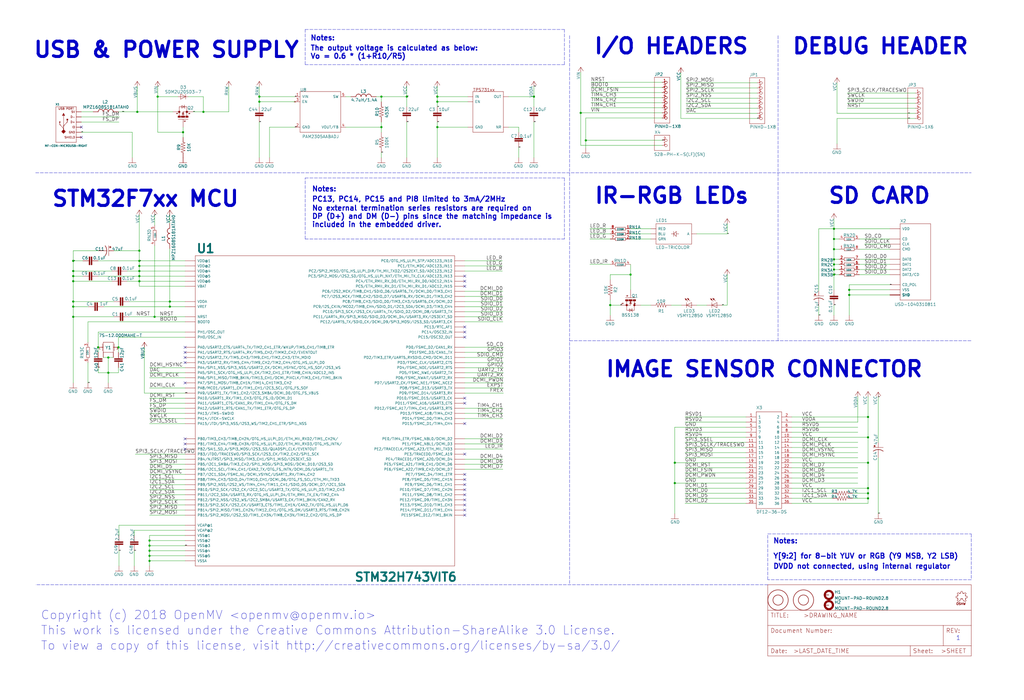
<source format=kicad_sch>
(kicad_sch (version 20211123) (generator eeschema)
  (paper "User" 511.505 349.707)
  (lib_symbols
    (symbol "CAP_POL1206_1" (pin_names (offset 1.016))
      (property "Reference" "C" (at 1.016 0.635 0))
      (property "Value" "CAP_POL1206_1" (at 1.016 -4.191 0))
      (symbol "CAP_POL1206_1_1_0"
        (pin passive line (at 0 2.54 270) (length 2.54) (name "+") (number "A"))
        (pin passive line (at 0 -5.08 90) (length 2.54) (name "-") (number "C"))
      )
    )
    (symbol "CAP_POL1206_2" (pin_names (offset 1.016))
      (property "Reference" "C" (at 1.016 0.635 0))
      (property "Value" "CAP_POL1206_2" (at 1.016 -4.191 0))
      (symbol "CAP_POL1206_2_1_0"
        (pin passive line (at 0 2.54 270) (length 2.54) (name "+") (number "A"))
        (pin passive line (at 0 -5.08 90) (length 2.54) (name "-") (number "C"))
      )
    )
    (symbol "base-eagle-import:4R-NEXBV8V" (pin_names (offset 1.016))
      (property "Reference" "RN" (at -5.08 -3.048 0))
      (property "Value" "4R-NEXBV8V" (at 2.54 -3.048 0))
      (symbol "4R-NEXBV8V_1_0"
        (pin passive line (at -5.08 0 0) (length 2.54) (name "1") (number "1"))
        (pin passive line (at 5.08 0 180) (length 2.54) (name "2") (number "8"))
      )
      (symbol "4R-NEXBV8V_2_0"
        (pin passive line (at -5.08 0 0) (length 2.54) (name "1") (number "2"))
        (pin passive line (at 5.08 0 180) (length 2.54) (name "2") (number "7"))
      )
      (symbol "4R-NEXBV8V_3_0"
        (pin passive line (at -5.08 0 0) (length 2.54) (name "1") (number "3"))
        (pin passive line (at 5.08 0 180) (length 2.54) (name "2") (number "6"))
      )
      (symbol "4R-NEXBV8V_4_0"
        (pin passive line (at -5.08 0 0) (length 2.54) (name "1") (number "4"))
        (pin passive line (at 5.08 0 180) (length 2.54) (name "2") (number "5"))
      )
    )
    (symbol "base-eagle-import:9774030151R" (pin_names (offset 1.016)))
    (symbol "base-eagle-import:CAP0603-CAP" (pin_names (offset 1.016))
      (property "Reference" "C" (at 1.524 2.921 0))
      (property "Value" "CAP0603-CAP" (at 1.524 -2.159 0))
      (symbol "CAP0603-CAP_1_0"
        (pin passive line (at 0 5.08 270) (length 2.54) (name "1") (number "1"))
        (pin passive line (at 0 -2.54 90) (length 2.54) (name "2") (number "2"))
      )
    )
    (symbol "base-eagle-import:CAP0805" (pin_names (offset 1.016))
      (property "Reference" "C" (at 1.524 2.921 0))
      (property "Value" "CAP0805" (at 1.524 -2.159 0))
      (symbol "CAP0805_1_0"
        (pin passive line (at 0 5.08 270) (length 2.54) (name "1") (number "1"))
        (pin passive line (at 0 -2.54 90) (length 2.54) (name "2") (number "2"))
      )
    )
    (symbol "base-eagle-import:CAP_POL1206" (pin_names (offset 1.016))
      (property "Reference" "C" (at 1.016 0.635 0))
      (property "Value" "CAP_POL1206" (at 1.016 -4.191 0))
      (symbol "CAP_POL1206_1_0"
        (pin passive line (at 0 2.54 270) (length 2.54) (name "+") (number "A"))
        (pin passive line (at 0 -5.08 90) (length 2.54) (name "-") (number "C"))
      )
    )
    (symbol "base-eagle-import:CRYSTAL2.5X2.0" (pin_names (offset 1.016))
      (property "Reference" "Y" (at 5.08 1.016 0))
      (property "Value" "CRYSTAL2.5X2.0" (at 5.08 -2.54 0))
      (symbol "CRYSTAL2.5X2.0_1_0"
        (text "1" (at -4.699 -1.143 0) (effects (font (size 0.7112 0.7112)) (justify left bottom)))
        (text "2" (at 4.064 -1.143 0) (effects (font (size 0.7112 0.7112)) (justify left bottom)))
        (pin passive line (at 5.08 0 180) (length 2.54) (name "1") (number "1"))
        (pin power_in line (at -2.54 -5.08 90) (length 2.54) (name "P$1") (number "2"))
        (pin passive line (at -5.08 0 0) (length 2.54) (name "2") (number "3"))
        (pin power_in line (at 2.54 -5.08 90) (length 2.54) (name "P$2") (number "4"))
      )
    )
    (symbol "base-eagle-import:DF12-36-DS" (pin_names (offset 1.016))
      (property "Value" "DF12-36-DS" (at -7.62 -25.4 0))
      (symbol "DF12-36-DS_1_0"
        (pin bidirectional line (at -12.7 22.86 0) (length 5.08) (name "1") (number "1"))
        (pin bidirectional line (at 10.16 12.7 180) (length 5.08) (name "10") (number "10"))
        (pin bidirectional line (at -12.7 10.16 0) (length 5.08) (name "11") (number "11"))
        (pin bidirectional line (at 10.16 10.16 180) (length 5.08) (name "12") (number "12"))
        (pin bidirectional line (at -12.7 7.62 0) (length 5.08) (name "13") (number "13"))
        (pin bidirectional line (at 10.16 7.62 180) (length 5.08) (name "14") (number "14"))
        (pin bidirectional line (at -12.7 5.08 0) (length 5.08) (name "15") (number "15"))
        (pin bidirectional line (at 10.16 5.08 180) (length 5.08) (name "16") (number "16"))
        (pin bidirectional line (at -12.7 2.54 0) (length 5.08) (name "17") (number "17"))
        (pin bidirectional line (at 10.16 2.54 180) (length 5.08) (name "18") (number "18"))
        (pin bidirectional line (at -12.7 0 0) (length 5.08) (name "19") (number "19"))
        (pin bidirectional line (at 10.16 22.86 180) (length 5.08) (name "2") (number "2"))
        (pin bidirectional line (at 10.16 0 180) (length 5.08) (name "20") (number "20"))
        (pin bidirectional line (at -12.7 -2.54 0) (length 5.08) (name "21") (number "21"))
        (pin bidirectional line (at 10.16 -2.54 180) (length 5.08) (name "22") (number "22"))
        (pin bidirectional line (at -12.7 -5.08 0) (length 5.08) (name "23") (number "23"))
        (pin bidirectional line (at 10.16 -5.08 180) (length 5.08) (name "24") (number "24"))
        (pin bidirectional line (at -12.7 -7.62 0) (length 5.08) (name "25") (number "25"))
        (pin bidirectional line (at 10.16 -7.62 180) (length 5.08) (name "26") (number "26"))
        (pin bidirectional line (at -12.7 -10.16 0) (length 5.08) (name "27") (number "27"))
        (pin bidirectional line (at 10.16 -10.16 180) (length 5.08) (name "28") (number "28"))
        (pin bidirectional line (at -12.7 -12.7 0) (length 5.08) (name "29") (number "29"))
        (pin bidirectional line (at -12.7 20.32 0) (length 5.08) (name "3") (number "3"))
        (pin bidirectional line (at 10.16 -12.7 180) (length 5.08) (name "30") (number "30"))
        (pin bidirectional line (at -12.7 -15.24 0) (length 5.08) (name "31") (number "31"))
        (pin bidirectional line (at 10.16 -15.24 180) (length 5.08) (name "32") (number "32"))
        (pin bidirectional line (at -12.7 -17.78 0) (length 5.08) (name "33") (number "33"))
        (pin bidirectional line (at 10.16 -17.78 180) (length 5.08) (name "34") (number "34"))
        (pin bidirectional line (at -12.7 -20.32 0) (length 5.08) (name "35") (number "35"))
        (pin bidirectional line (at 10.16 -20.32 180) (length 5.08) (name "36") (number "36"))
        (pin bidirectional line (at 10.16 20.32 180) (length 5.08) (name "4") (number "4"))
        (pin bidirectional line (at -12.7 17.78 0) (length 5.08) (name "5") (number "5"))
        (pin bidirectional line (at 10.16 17.78 180) (length 5.08) (name "6") (number "6"))
        (pin bidirectional line (at -12.7 15.24 0) (length 5.08) (name "7") (number "7"))
        (pin bidirectional line (at 10.16 15.24 180) (length 5.08) (name "8") (number "8"))
        (pin bidirectional line (at -12.7 12.7 0) (length 5.08) (name "9") (number "9"))
      )
    )
    (symbol "base-eagle-import:DINA3_L" (pin_names (offset 1.016))
      (symbol "DINA3_L_2_0"
        (text ">DRAWING_NAME" (at 17.78 19.05 0) (effects (font (size 2.159 2.159)) (justify left bottom)))
        (text ">LAST_DATE_TIME" (at 12.7 1.27 0) (effects (font (size 2.159 2.159)) (justify left bottom)))
        (text ">SHEET" (at 86.36 1.27 0) (effects (font (size 2.159 2.159)) (justify left bottom)))
        (text "Date:" (at 1.27 1.27 0) (effects (font (size 2.159 2.159)) (justify left bottom)))
        (text "Document Number:" (at 1.27 11.43 0) (effects (font (size 2.159 2.159)) (justify left bottom)))
        (text "REV:" (at 88.9 11.43 0) (effects (font (size 2.159 2.159)) (justify left bottom)))
        (text "Sheet:" (at 72.39 1.27 0) (effects (font (size 2.159 2.159)) (justify left bottom)))
        (text "TITLE:" (at 1.27 19.05 0) (effects (font (size 2.159 2.159)) (justify left bottom)))
      )
    )
    (symbol "base-eagle-import:DIODESOD" (pin_names (offset 1.016))
      (property "Reference" "D" (at 2.54 0.4826 0))
      (property "Value" "DIODESOD" (at 2.54 -2.3114 0))
      (symbol "DIODESOD_1_0"
        (pin passive line (at 2.54 0 180) (length 2.54) (name "C") (number "1"))
        (pin passive line (at -2.54 0 0) (length 2.54) (name "A") (number "2"))
      )
    )
    (symbol "base-eagle-import:GND" (power) (pin_names (offset 1.016))
      (property "Value" "GND" (at -2.54 -2.54 0))
      (symbol "GND_1_0"
        (pin power_in line (at 0 2.54 270) (length 2.54) (name "GND") (number "1"))
      )
    )
    (symbol "base-eagle-import:INDUCTOR0603" (pin_names (offset 1.016))
      (property "Reference" "L" (at 2.54 5.08 0))
      (property "Value" "INDUCTOR0603" (at 2.54 -5.08 0))
      (symbol "INDUCTOR0603_1_0"
        (pin passive line (at 0 5.08 270) (length 2.54) (name "1") (number "1"))
        (pin passive line (at 0 -7.62 90) (length 2.54) (name "2") (number "2"))
      )
    )
    (symbol "base-eagle-import:INDUCTOR1007" (pin_names (offset 1.016))
      (property "Reference" "L" (at 2.54 5.08 0))
      (property "Value" "INDUCTOR1007" (at 2.54 -5.08 0))
      (symbol "INDUCTOR1007_1_0"
        (pin passive line (at 0 5.08 270) (length 2.54) (name "1") (number "1"))
        (pin passive line (at 0 -7.62 90) (length 2.54) (name "2") (number "2"))
      )
    )
    (symbol "base-eagle-import:JST_2PIN-THM-RA" (pin_names (offset 1.016))
      (property "Reference" "CN" (at -6.35 5.715 0))
      (property "Value" "JST_2PIN-THM-RA" (at -6.35 -5.08 0))
      (symbol "JST_2PIN-THM-RA_1_0"
        (pin passive inverted (at -2.54 0 0) (length 2.54) (name "2") (number "1"))
        (pin passive inverted (at -2.54 2.54 0) (length 2.54) (name "1") (number "2"))
      )
    )
    (symbol "base-eagle-import:LED-TRICOLOR" (pin_names (offset 1.016))
      (property "Value" "LED-TRICOLOR" (at -7.62 -10.16 0))
      (symbol "LED-TRICOLOR_1_0"
        (pin bidirectional line (at 12.7 -2.54 180) (length 2.54) (name "A") (number "A"))
        (pin bidirectional line (at -10.16 -2.54 0) (length 2.54) (name "BLU") (number "B"))
        (pin bidirectional line (at -10.16 -5.08 0) (length 2.54) (name "GRN") (number "G"))
        (pin bidirectional line (at -10.16 0 0) (length 2.54) (name "RED") (number "R"))
      )
    )
    (symbol "base-eagle-import:LED1206" (pin_names (offset 1.016))
      (property "Reference" "LED" (at 3.556 -4.572 90))
      (property "Value" "LED1206" (at 5.715 -4.572 90))
      (symbol "LED1206_1_0"
        (pin passive line (at 0 2.54 270) (length 2.54) (name "A") (number "A"))
        (pin passive line (at 0 -5.08 90) (length 2.54) (name "C") (number "C"))
      )
    )
    (symbol "base-eagle-import:MOSFET-NCHANNELSMD" (pin_names (offset 1.016))
      (property "Reference" "Q" (at 5.08 2.54 0))
      (property "Value" "MOSFET-NCHANNELSMD" (at 5.08 0 0))
      (symbol "MOSFET-NCHANNELSMD_1_0"
        (text "D" (at -1.27 2.54 0) (effects (font (size 0.6858 0.6858)) (justify left bottom)))
        (text "G" (at -5.08 -1.27 0) (effects (font (size 0.6858 0.6858)) (justify left bottom)))
        (text "S" (at -1.27 -3.556 0) (effects (font (size 0.6858 0.6858)) (justify left bottom)))
        (pin passive line (at -7.62 0 0) (length 2.54) (name "G") (number "1"))
        (pin passive line (at 0 -5.08 90) (length 2.54) (name "S") (number "2"))
        (pin passive line (at 0 5.08 270) (length 2.54) (name "D") (number "3"))
      )
    )
    (symbol "base-eagle-import:MOSFET-PCHANNELSMD" (pin_names (offset 1.016))
      (property "Reference" "Q" (at 5.08 2.54 0))
      (property "Value" "MOSFET-PCHANNELSMD" (at 5.08 0 0))
      (symbol "MOSFET-PCHANNELSMD_1_0"
        (text "D" (at -1.27 2.54 0) (effects (font (size 0.6858 0.6858)) (justify left bottom)))
        (text "G" (at -5.08 -1.27 0) (effects (font (size 0.6858 0.6858)) (justify left bottom)))
        (text "S" (at -1.27 -3.556 0) (effects (font (size 0.6858 0.6858)) (justify left bottom)))
        (pin passive line (at -7.62 0 0) (length 2.54) (name "G") (number "1"))
        (pin passive line (at 0 -5.08 90) (length 2.54) (name "S") (number "2"))
        (pin passive line (at 0 5.08 270) (length 2.54) (name "D") (number "3"))
      )
    )
    (symbol "base-eagle-import:MOUNT-PAD-ROUND2.8" (pin_names (offset 1.016))
      (property "Reference" "H" (at 2.794 0.5842 0))
      (property "Value" "MOUNT-PAD-ROUND2.8" (at 2.794 -2.4638 0))
      (symbol "MOUNT-PAD-ROUND2.8_1_0"
        (pin passive line (at -2.54 0 0) (length 2.54) (name "MOUNT") (number "B2,8"))
      )
    )
    (symbol "base-eagle-import:OSHW_LOGO_FILLX0100-NT" (pin_names (offset 1.016))
      (symbol "OSHW_LOGO_FILLX0100-NT_1_0"
        (text "OSHW" (at 0 0 0) (effects (font (size 1.1176 1.1176) bold) (justify left bottom)))
      )
    )
    (symbol "base-eagle-import:PAM2305AAB330" (pin_names (offset 1.016))
      (property "Value" "PAM2305AAB330" (at 3.81 -12.7 0))
      (symbol "PAM2305AAB330_1_0"
        (pin power_in line (at -12.7 7.62 0) (length 2.54) (name "VIN") (number "1"))
        (pin power_in line (at -12.7 -7.62 0) (length 2.54) (name "GND") (number "2"))
        (pin no_connect line (at -12.7 5.08 0) (length 2.54) (name "EN") (number "3"))
        (pin passive line (at 12.7 -7.62 180) (length 2.54) (name "VOUT/FB") (number "4"))
        (pin power_in line (at 12.7 7.62 180) (length 2.54) (name "SW") (number "5"))
      )
    )
    (symbol "base-eagle-import:PINHD-1X6" (pin_names (offset 1.016))
      (property "Reference" "JP" (at -6.35 10.795 0))
      (property "Value" "PINHD-1X6" (at -6.35 -10.16 0))
      (symbol "PINHD-1X6_1_0"
        (pin passive inverted (at -2.54 7.62 0) (length 2.54) (name "1") (number "1"))
        (pin passive inverted (at -2.54 5.08 0) (length 2.54) (name "2") (number "2"))
        (pin passive inverted (at -2.54 2.54 0) (length 2.54) (name "3") (number "3"))
        (pin passive inverted (at -2.54 0 0) (length 2.54) (name "4") (number "4"))
        (pin passive inverted (at -2.54 -2.54 0) (length 2.54) (name "5") (number "5"))
        (pin passive inverted (at -2.54 -5.08 0) (length 2.54) (name "6") (number "6"))
      )
    )
    (symbol "base-eagle-import:PINHD-1X8" (pin_names (offset 1.016))
      (property "Reference" "JP" (at -6.35 13.335 0))
      (property "Value" "PINHD-1X8" (at -6.35 -12.7 0))
      (symbol "PINHD-1X8_1_0"
        (pin passive inverted (at -2.54 10.16 0) (length 2.54) (name "1") (number "1"))
        (pin passive inverted (at -2.54 7.62 0) (length 2.54) (name "2") (number "2"))
        (pin passive inverted (at -2.54 5.08 0) (length 2.54) (name "3") (number "3"))
        (pin passive inverted (at -2.54 2.54 0) (length 2.54) (name "4") (number "4"))
        (pin passive inverted (at -2.54 0 0) (length 2.54) (name "5") (number "5"))
        (pin passive inverted (at -2.54 -2.54 0) (length 2.54) (name "6") (number "6"))
        (pin passive inverted (at -2.54 -5.08 0) (length 2.54) (name "7") (number "7"))
        (pin passive inverted (at -2.54 -7.62 0) (length 2.54) (name "8") (number "8"))
      )
    )
    (symbol "base-eagle-import:RAW" (power) (pin_names (offset 1.016))
      (property "Value" "RAW" (at -2.54 -2.54 90))
      (symbol "RAW_1_0"
        (pin power_in line (at 0 0 90) (length 2.54) (name "RAW") (number "1"))
      )
    )
    (symbol "base-eagle-import:RESISTOR0603-RES" (pin_names (offset 1.016))
      (property "Reference" "R" (at -3.81 1.4986 0))
      (property "Value" "RESISTOR0603-RES" (at -3.81 -3.302 0))
      (symbol "RESISTOR0603-RES_1_0"
        (pin passive line (at -5.08 0 0) (length 2.54) (name "1") (number "1"))
        (pin passive line (at 5.08 0 180) (length 2.54) (name "2") (number "2"))
      )
    )
    (symbol "base-eagle-import:STM32F746LQFP100" (pin_names (offset 1.016))
      (property "Value" "STM32F746LQFP100" (at 45.72 -81.28 0))
      (symbol "STM32F746LQFP100_1_0"
        (pin bidirectional line (at 73.66 -20.32 180) (length 5.08) (name "PE2/TRACECLK/FSMC_A23/ETH_MII_TXD3") (number "1"))
        (pin power_in line (at -66.04 -63.5 0) (length 5.08) (name "VSS@1") (number "10"))
        (pin power_in line (at -66.04 63.5 0) (length 5.08) (name "VDD@6") (number "100"))
        (pin power_in line (at -66.04 73.66 0) (length 5.08) (name "VDD@1") (number "11"))
        (pin bidirectional line (at -66.04 35.56 0) (length 5.08) (name "PH0/OSC_IN") (number "12"))
        (pin bidirectional line (at -66.04 38.1 0) (length 5.08) (name "PH1/OSC_OUT") (number "13"))
        (pin bidirectional line (at -66.04 45.72 0) (length 5.08) (name "NRST") (number "14"))
        (pin bidirectional line (at 73.66 73.66 180) (length 5.08) (name "PC0/OTG_HS_ULPI_STP/ADC123_IN10") (number "15"))
        (pin bidirectional line (at 73.66 71.12 180) (length 5.08) (name "PC1/ETH_MDC/ADC123_IN11") (number "16"))
        (pin bidirectional line (at 73.66 68.58 180) (length 5.08) (name "PC2/SPI2_MISO/OTG_HS_ULPI_DIR/TH_MII_TXD2/I2S2EXT_SD/ADC123_IN12") (number "17"))
        (pin bidirectional line (at 73.66 66.04 180) (length 5.08) (name "PC3/SPI2_MOSI/I2S2_SD/OTG_HS_ULPI_NXT/ETH_MII_TX_CLK/ADC123_IN13") (number "18"))
        (pin power_in line (at -66.04 -76.2 0) (length 5.08) (name "VSSA") (number "19"))
        (pin bidirectional line (at 73.66 -22.86 180) (length 5.08) (name "PE3/TRACED0/FSMC_A19") (number "2"))
        (pin power_in line (at -66.04 50.8 0) (length 5.08) (name "VREF") (number "20"))
        (pin power_in line (at -66.04 53.34 0) (length 5.08) (name "VDDA") (number "21"))
        (pin bidirectional line (at -66.04 30.48 0) (length 5.08) (name "PA0/USART2_CTS/UART4_TX/TIM2_CH1_ETR/WKUP/TIM5_CH1/TIM8_ETR") (number "22"))
        (pin bidirectional line (at -66.04 27.94 0) (length 5.08) (name "PA1/USART2_RTS/UART4_RX/TIM5_CH2/TIMM2_CH2/EVENTOUT") (number "23"))
        (pin bidirectional line (at -66.04 25.4 0) (length 5.08) (name "PA2/USART2_TX/TIM5_CH3/TIM9_CH1/TIM2_CH3/ETH_MDIO") (number "24"))
        (pin bidirectional line (at -66.04 22.86 0) (length 5.08) (name "PA3/USART2_RX/TIM5_CH4/TIM9_CH2/TIM2_CH4/OTG_HS_ULPI_D0") (number "25"))
        (pin power_in line (at -66.04 -66.04 0) (length 5.08) (name "VSS@2") (number "26"))
        (pin power_in line (at -66.04 71.12 0) (length 5.08) (name "VDD@2") (number "27"))
        (pin bidirectional line (at -66.04 20.32 0) (length 5.08) (name "PA4/SPI1_NSS/SPI3_NSS/USART2_CK/DCMI_HSYNC/OTG_HS_SOF/I2S3_WS") (number "28"))
        (pin bidirectional line (at -66.04 17.78 0) (length 5.08) (name "PA5/SPI1_SCK/OTG_HS_ULPI_CK/TIM2_CH1_ETR/TIM8_CHIN/ADC12_IN5") (number "29"))
        (pin bidirectional line (at 73.66 -25.4 180) (length 5.08) (name "PE4/TRACED1/FSMC_A20/DCMI_D4") (number "3"))
        (pin bidirectional line (at -66.04 15.24 0) (length 5.08) (name "PA6/SPI1_MISO/TIM8_BKIN/TIM13_CH1/DCMI_PIXCLK/TIM3_CH1/TIM1_BKIN") (number "30"))
        (pin bidirectional line (at -66.04 12.7 0) (length 5.08) (name "PA7/SPI1_MOSI/TIM8_CH1N/TIM14_CH1TIM3_CH2") (number "31"))
        (pin bidirectional line (at 73.66 63.5 180) (length 5.08) (name "PC4/ETH_RMII_RX_D0/ETH_MII_RX_D0/ADC12_IN14") (number "32"))
        (pin bidirectional line (at 73.66 60.96 180) (length 5.08) (name "PC5/ETH_RMII_RX_D1/ETH_MII_RX_D1/ADC12_IN15") (number "33"))
        (pin bidirectional line (at -66.04 -15.24 0) (length 5.08) (name "PB0/TIM3_CH3/TIM8_CH2N/OTG_HS_ULPI_D1/ETH_MII_RXD2/TIM1_CH2N/") (number "34"))
        (pin bidirectional line (at -66.04 -17.78 0) (length 5.08) (name "PB1/TIM3_CH4/TIM8_CH3N/OTG_HS_ULPI_D2/ETH_MII_RXD3/OTG_HS_INTN/") (number "35"))
        (pin bidirectional line (at -66.04 -20.32 0) (length 5.08) (name "PB2/SAI1_SD_A/SPI3_MOSI/I2S3_SD/QUADSPI_CLK/EVENTOUT") (number "36"))
        (pin bidirectional line (at 73.66 -33.02 180) (length 5.08) (name "PE7/FSMC_D4/TIM1_ETR") (number "37"))
        (pin bidirectional line (at 73.66 -35.56 180) (length 5.08) (name "PE8/FSMC_D5/TIM1_CH1N") (number "38"))
        (pin bidirectional line (at 73.66 -38.1 180) (length 5.08) (name "PE9/FSMC_D6/TIM1_CH1") (number "39"))
        (pin bidirectional line (at 73.66 -27.94 180) (length 5.08) (name "PE5/FSMC_A21/TIM9_CH1/DCMI_D6") (number "4"))
        (pin bidirectional line (at 73.66 -40.64 180) (length 5.08) (name "PE10/FSMC_D7/TIM1_CH2N") (number "40"))
        (pin bidirectional line (at 73.66 -43.18 180) (length 5.08) (name "PE11/FSMC_D8/TIM1_CH2") (number "41"))
        (pin bidirectional line (at 73.66 -45.72 180) (length 5.08) (name "PE12/FSMC_D9/TIM1_CH3N") (number "42"))
        (pin bidirectional line (at 73.66 -48.26 180) (length 5.08) (name "PE13/FSMC_D10/TIM1_CH3") (number "43"))
        (pin bidirectional line (at 73.66 -50.8 180) (length 5.08) (name "PE14/FSMC_D11/TIM1_CH4") (number "44"))
        (pin bidirectional line (at 73.66 -53.34 180) (length 5.08) (name "PE15FSMC_D12/TIM1_BKIN") (number "45"))
        (pin bidirectional line (at -66.04 -40.64 0) (length 5.08) (name "PB10/SPI2_SCK/I2S2_CK/I2C2_SCL/USART3_TX/OTG_HS_ULPI_D3/TIM2_CH3") (number "46"))
        (pin bidirectional line (at -66.04 -43.18 0) (length 5.08) (name "PB11/I2C2_SDA/USART3_RX/OTG_HS_ULPI_D4/ETH_RMII_TX_EN/TIM2_CH4") (number "47"))
        (pin power_in line (at -66.04 -58.42 0) (length 5.08) (name "VCAP@1") (number "48"))
        (pin power_in line (at -66.04 -73.66 0) (length 5.08) (name "VSS@5") (number "49"))
        (pin bidirectional line (at 73.66 -30.48 180) (length 5.08) (name "PE6/FSMC_A22/TIM9_CH2/DCMI_D7") (number "5"))
        (pin power_in line (at -66.04 68.58 0) (length 5.08) (name "VDD@4") (number "50"))
        (pin bidirectional line (at -66.04 -45.72 0) (length 5.08) (name "PB12/SPI2_NSS/I2S2_WS/I2C2_SMBA/USART3_CK/TIM1_BKIN/CAN2_RX") (number "51"))
        (pin bidirectional line (at -66.04 -48.26 0) (length 5.08) (name "PB13/SPI2_SCK/I2S2_CK/USART3_CTS/TIM1_CH1N/CAN2_TX/OTG_HS_ULPI_D6") (number "52"))
        (pin bidirectional line (at -66.04 -50.8 0) (length 5.08) (name "PB14/SPI2_MISO/TIM1_CH2N/TIM12_CH1/OTG_HS_DM/USART3_RTS/TIM8_CH2N") (number "53"))
        (pin bidirectional line (at -66.04 -53.34 0) (length 5.08) (name "PB15/SPI2_MOSI/I2S2_SD/TIM1_CH3N/TIM8_CH3N/TIM12_CH2/OTG_HS_DP") (number "54"))
        (pin bidirectional line (at 73.66 10.16 180) (length 5.08) (name "PD8/FSMC_D13/USART3_TX") (number "55"))
        (pin bidirectional line (at 73.66 7.62 180) (length 5.08) (name "PD9/FSMC_D14/USART3_RX") (number "56"))
        (pin bidirectional line (at 73.66 5.08 180) (length 5.08) (name "PD10/FSMC_D15/USART3_CK") (number "57"))
        (pin bidirectional line (at 73.66 2.54 180) (length 5.08) (name "PD11/FSMC_A16/USART3_CTS") (number "58"))
        (pin bidirectional line (at 73.66 0 180) (length 5.08) (name "PD12/FSMC_A17/TIM4_CH1/USART3_RTS") (number "59"))
        (pin power_in line (at -66.04 60.96 0) (length 5.08) (name "VBAT") (number "6"))
        (pin bidirectional line (at 73.66 -2.54 180) (length 5.08) (name "PD13/FSMC_A18/TIM4_CH2") (number "60"))
        (pin bidirectional line (at 73.66 -5.08 180) (length 5.08) (name "PD14/FSMC_D0/TIM4_CH3") (number "61"))
        (pin bidirectional line (at 73.66 -7.62 180) (length 5.08) (name "PD15/FSMC_D1/TIM4_CH4") (number "62"))
        (pin bidirectional line (at 73.66 58.42 180) (length 5.08) (name "PC6/I2S2_MCK/TIM8_CH1/SDIO_D6/USART6_TX/DCMI_D0/TIM3_CH1") (number "63"))
        (pin bidirectional line (at 73.66 55.88 180) (length 5.08) (name "PC7/I2S3_MCK/TIM8_CH2/SDIO_D7/USART6_RX/DCMI_D1/TIM3_CH2") (number "64"))
        (pin bidirectional line (at 73.66 53.34 180) (length 5.08) (name "PC8/TIM8_CH3/SDIO_D0/TIM3_CH3/USART6_CK/DCMI_D2") (number "65"))
        (pin bidirectional line (at 73.66 50.8 180) (length 5.08) (name "PC9/I2S_CKIN/MCO2/TIM8_CH4/SDIO_D1/I2C3_SDA/DCMI_D3/TIM3_CH4") (number "66"))
        (pin bidirectional line (at -66.04 10.16 0) (length 5.08) (name "PA8/MCO1/USART1_CK/TIM1_CH1/I2C3_SCL/OTG_FS_SOF") (number "67"))
        (pin bidirectional line (at -66.04 7.62 0) (length 5.08) (name "PA9/USART1_TX/TIM1_CH2/I2C3_SMBA/DCMI_D0/OTG_FS_VBUS") (number "68"))
        (pin bidirectional line (at -66.04 5.08 0) (length 5.08) (name "PA10/USART1_RX/TIM1_CH3/OTG_FS_ID/DCMI_D1") (number "69"))
        (pin bidirectional line (at 73.66 40.64 180) (length 5.08) (name "PC13/RTC_AF1") (number "7"))
        (pin bidirectional line (at -66.04 2.54 0) (length 5.08) (name "PA11/USART1_CTS/CAN1_RX/TIM1_CH4/OTG_FS_DM") (number "70"))
        (pin bidirectional line (at -66.04 0 0) (length 5.08) (name "PA12/USART1_RTS/CAN1_TX/TIM1_ETR/OTG_FS_DP") (number "71"))
        (pin bidirectional line (at -66.04 -2.54 0) (length 5.08) (name "PA13/JTMS-SWDIO") (number "72"))
        (pin power_in line (at -66.04 -60.96 0) (length 5.08) (name "VCAP@2") (number "73"))
        (pin power_in line (at -66.04 -68.58 0) (length 5.08) (name "VSS@3") (number "74"))
        (pin power_in line (at -66.04 66.04 0) (length 5.08) (name "VDD@5") (number "75"))
        (pin bidirectional line (at -66.04 -5.08 0) (length 5.08) (name "PA14/JTCK-SWCLK") (number "76"))
        (pin bidirectional line (at -66.04 -7.62 0) (length 5.08) (name "PA15/JTDI/SPI3_NSS/I2S3_WS/TIM2_CH1_ETR/SPI1_NSS") (number "77"))
        (pin bidirectional line (at 73.66 48.26 180) (length 5.08) (name "PC10/SPI3_SCK/I2S3_CK/UART4_TX/SDIO_D2/DCMI_D8/USART3_TX") (number "78"))
        (pin bidirectional line (at 73.66 45.72 180) (length 5.08) (name "PC11/UART4_RX/SPI3_MISO/SDIO_D3/DCMI_D4/USART3_RX/I2S3EXT_SD") (number "79"))
        (pin bidirectional line (at 73.66 38.1 180) (length 5.08) (name "PC14/OSC32_IN") (number "8"))
        (pin bidirectional line (at 73.66 43.18 180) (length 5.08) (name "PC12/UART5_TX/SDIO_CK/DCMI_D9/SPI3_MOSI/I2S3_SD/USART3_CK") (number "80"))
        (pin bidirectional line (at 73.66 30.48 180) (length 5.08) (name "PD0/FSMC_D2/CAN1_RX") (number "81"))
        (pin bidirectional line (at 73.66 27.94 180) (length 5.08) (name "PD1FSMC_D3/CAN1_TX") (number "82"))
        (pin bidirectional line (at 73.66 25.4 180) (length 5.08) (name "PD2/TIM3_ETR/UART5_RXSDIO_CMD/DCMI_D11") (number "83"))
        (pin bidirectional line (at 73.66 22.86 180) (length 5.08) (name "PD3/FSMC_CLK/USART2_CTS") (number "84"))
        (pin bidirectional line (at 73.66 20.32 180) (length 5.08) (name "PD4/FSMC_NOE/USART2_RTS") (number "85"))
        (pin bidirectional line (at 73.66 17.78 180) (length 5.08) (name "PD5/FSMC_NWE/USART2_TX") (number "86"))
        (pin bidirectional line (at 73.66 15.24 180) (length 5.08) (name "PD6/FSMC_NWAIT/USART2_RX") (number "87"))
        (pin bidirectional line (at 73.66 12.7 180) (length 5.08) (name "PD7/USART2_CK/FSMC_NE1/FSMC_NCE2") (number "88"))
        (pin bidirectional line (at -66.04 -22.86 0) (length 5.08) (name "PB3/JTDO/TRACESWO/SPI3_SCK/I2S3_CK/TIM2_CH2/SPI1_SCK") (number "89"))
        (pin bidirectional line (at 73.66 35.56 180) (length 5.08) (name "PC15/OSC32_OUT") (number "9"))
        (pin bidirectional line (at -66.04 -25.4 0) (length 5.08) (name "PB4/NJTRST/SPI3_MISO/TIM3_CH1/SPI1_MISO/I2S3EXT_SD") (number "90"))
        (pin bidirectional line (at -66.04 -27.94 0) (length 5.08) (name "PB5/I2C1_SMBA/TIM3_CH2/SPI1_MOSI/SPI3_MOSI/DCMI_D10/I2S3_SD") (number "91"))
        (pin bidirectional line (at -66.04 -30.48 0) (length 5.08) (name "PB6/I2C1_SCL/TIM4_CH1/CAN2_TX/OTG_FS_INTN/DCMI_D5/USART1_TX") (number "92"))
        (pin bidirectional line (at -66.04 -33.02 0) (length 5.08) (name "PB7/I2C1_SDA/FSMC_NL/DCMI_VSYNC/USART1_RX/TIM4_CH2") (number "93"))
        (pin bidirectional line (at -66.04 43.18 0) (length 5.08) (name "BOOT0") (number "94"))
        (pin bidirectional line (at -66.04 -35.56 0) (length 5.08) (name "PB8/TIM4_CH3/SDIO_D4/TIM10_CH1/DCMI_D6/OTG_FS_SCL/ETH_MII_TXD3") (number "95"))
        (pin bidirectional line (at -66.04 -38.1 0) (length 5.08) (name "PB9/SPI2_NSS/I2S2_WS/TIM4_CH4/TIM11_CH1/SDIO_D5/DCMI_D7/I2C1_SDA") (number "96"))
        (pin bidirectional line (at 73.66 -15.24 180) (length 5.08) (name "PE0/TIM4_ETR/FSMC_NBL0/DCMI_D2") (number "97"))
        (pin bidirectional line (at 73.66 -17.78 180) (length 5.08) (name "PE1/FSMC_NBL1/DCMI_D3") (number "98"))
        (pin power_in line (at -66.04 -71.12 0) (length 5.08) (name "VSS@4") (number "99"))
      )
    )
    (symbol "base-eagle-import:TPS731XX" (pin_names (offset 1.016))
      (symbol "TPS731XX_1_0"
        (text "TPS731xx" (at -7.62 10.16 0) (effects (font (size 1.4986 1.4986)) (justify left bottom)))
        (pin input line (at -10.16 7.62 0) (length 2.54) (name "IN") (number "1"))
        (pin input line (at -10.16 -7.62 0) (length 2.54) (name "GND") (number "2"))
        (pin input line (at -10.16 5.08 0) (length 2.54) (name "EN") (number "3"))
        (pin passive line (at 10.16 -7.62 180) (length 2.54) (name "NR") (number "4"))
        (pin output line (at 10.16 7.62 180) (length 2.54) (name "OUT") (number "5"))
      )
    )
    (symbol "base-eagle-import:USB_MICRO_RIGHT" (pin_names (offset 1.016))
      (property "Reference" "J" (at -5.08 12.7 0))
      (property "Value" "USB_MICRO_RIGHT" (at -5.08 10.16 0))
      (symbol "USB_MICRO_RIGHT_1_0"
        (text "5V" (at 4.572 5.08 0) (effects (font (size 1.016 1.016)) (justify right)))
        (text "D+" (at 4.572 0 0) (effects (font (size 1.016 1.016)) (justify right)))
        (text "D-" (at 4.572 2.54 0) (effects (font (size 1.016 1.016)) (justify right)))
        (text "GND" (at 4.572 -5.08 0) (effects (font (size 1.016 1.016)) (justify right)))
        (text "ID" (at 4.572 -2.54 0) (effects (font (size 1.016 1.016)) (justify right)))
        (text "SHIELD" (at 4.572 -7.62 0) (effects (font (size 1.016 1.016)) (justify right)))
        (text "USB PORT" (at 0 6.096 0) (effects (font (size 1.016 1.016)) (justify bottom)))
        (pin power_in line (at 7.62 5.08 180) (length 2.54) (name "5V") (number "1"))
        (pin bidirectional line (at 7.62 2.54 180) (length 2.54) (name "D-") (number "2"))
        (pin bidirectional line (at 7.62 0 180) (length 2.54) (name "D+") (number "3"))
        (pin bidirectional line (at 7.62 -2.54 180) (length 2.54) (name "ID") (number "4"))
        (pin power_in line (at 7.62 -5.08 180) (length 2.54) (name "GND") (number "5"))
        (pin passive line (at 7.62 -7.62 180) (length 2.54) (name "SLD") (number "S1"))
        (pin passive line (at 7.62 -7.62 180) (length 2.54) (name "SLD") (number "S2"))
        (pin passive line (at 7.62 -7.62 180) (length 2.54) (name "SLD") (number "S3"))
        (pin passive line (at 7.62 -7.62 180) (length 2.54) (name "SLD") (number "S4"))
        (pin passive line (at 7.62 -7.62 180) (length 2.54) (name "SLD") (number "S5"))
        (pin passive line (at 7.62 -7.62 180) (length 2.54) (name "SLD") (number "S6"))
      )
    )
    (symbol "base-eagle-import:USD-1040310811" (pin_names (offset 1.016))
      (property "Value" "USD-1040310811" (at 0 -20.32 0))
      (symbol "USD-1040310811_1_0"
        (pin power_in line (at -12.7 12.7 0) (length 5.08) (name "CD") (number "CD$1"))
        (pin power_in line (at -12.7 -10.16 0) (length 5.08) (name "CD_POL") (number "CD$2"))
        (pin power_in line (at -12.7 -15.24 0) (length 5.08) (name "SHD") (number "G$1"))
        (pin power_in line (at -12.7 -15.24 0) (length 5.08) (name "SHD") (number "G$2"))
        (pin power_in line (at -12.7 -15.24 0) (length 5.08) (name "SHD") (number "G$3"))
        (pin power_in line (at -12.7 -15.24 0) (length 5.08) (name "SHD") (number "G$4"))
        (pin bidirectional line (at -12.7 -2.54 0) (length 5.08) (name "DAT2") (number "P$1"))
        (pin bidirectional line (at -12.7 -5.08 0) (length 5.08) (name "DAT3/CD") (number "P$2"))
        (pin bidirectional line (at -12.7 7.62 0) (length 5.08) (name "CMD") (number "P$3"))
        (pin power_in line (at -12.7 17.78 0) (length 5.08) (name "VDD") (number "P$4"))
        (pin bidirectional line (at -12.7 10.16 0) (length 5.08) (name "CLK") (number "P$5"))
        (pin power_in line (at -12.7 -12.7 0) (length 5.08) (name "VSS") (number "P$6"))
        (pin bidirectional line (at -12.7 2.54 0) (length 5.08) (name "DAT0") (number "P$7"))
        (pin bidirectional line (at -12.7 0 0) (length 5.08) (name "DAT1") (number "P$8"))
      )
    )
    (symbol "base-eagle-import:VBUS" (power) (pin_names (offset 1.016))
      (property "Value" "VBUS" (at -2.54 -2.54 90))
      (symbol "VBUS_1_0"
        (pin power_in line (at 0 0 90) (length 2.54) (name "VBUS") (number "1"))
      )
    )
    (symbol "base-eagle-import:VCC" (power) (pin_names (offset 1.016))
      (property "Value" "VCC" (at -2.54 -2.54 90))
      (symbol "VCC_1_0"
        (pin power_in line (at 0 -2.54 90) (length 2.54) (name "VCC") (number "1"))
      )
    )
    (symbol "base-eagle-import:VDDA" (power) (pin_names (offset 1.016))
      (property "Value" "VDDA" (at -2.54 0 90))
      (symbol "VDDA_1_0"
        (pin power_in line (at 0 0 90) (length 2.54) (name "VDDA") (number "1"))
      )
    )
    (symbol "base-eagle-import:VIN" (power) (pin_names (offset 1.016))
      (property "Value" "VIN" (at -2.54 -2.54 90))
      (symbol "VIN_1_0"
        (pin power_in line (at 0 0 90) (length 2.54) (name "VIN") (number "1"))
      )
    )
  )
  (junction (at 337.058 241.3))
  (junction (at 433.578 248.92))
  (junction (at 77.216 158.242))
  (junction (at 101.6 55.88))
  (junction (at 433.578 246.38))
  (junction (at 69.596 125.222))
  (junction (at 54.102 186.182))
  (junction (at 69.596 135.382))
  (junction (at 416.56 119.38))
  (junction (at 74.676 270.002))
  (junction (at 218.44 50.8))
  (junction (at 218.44 48.26))
  (junction (at 433.578 243.84))
  (junction (at 433.578 208.28))
  (junction (at 74.676 277.622))
  (junction (at 36.576 158.242))
  (junction (at 74.676 275.082))
  (junction (at 69.596 132.842))
  (junction (at 416.56 114.3))
  (junction (at 416.56 137.16))
  (junction (at 416.56 132.08))
  (junction (at 290.068 56.388))
  (junction (at 36.576 140.462))
  (junction (at 54.102 178.562))
  (junction (at 59.182 173.482))
  (junction (at 416.56 129.54))
  (junction (at 91.44 66.04))
  (junction (at 36.576 130.302))
  (junction (at 69.596 130.302))
  (junction (at 218.44 63.5))
  (junction (at 36.576 135.382))
  (junction (at 68.58 55.88))
  (junction (at 190.5 48.26))
  (junction (at 74.676 272.542))
  (junction (at 84.836 150.622))
  (junction (at 304.8 152.4))
  (junction (at 69.596 137.922))
  (junction (at 314.96 137.16))
  (junction (at 337.058 231.14))
  (junction (at 36.576 150.622))
  (junction (at 292.608 70.104))
  (junction (at 433.578 218.44))
  (junction (at 190.5 63.5))
  (junction (at 84.836 153.162))
  (junction (at 129.54 48.26))
  (junction (at 424.18 144.78))
  (junction (at 36.576 153.162))
  (junction (at 416.56 124.46))
  (junction (at 69.596 140.462))
  (junction (at 49.022 173.482))
  (junction (at 36.576 137.922))
  (junction (at 416.56 134.62))
  (junction (at 266.7 48.26))
  (junction (at 433.578 231.14))
  (junction (at 129.54 50.8))
  (junction (at 78.74 48.26))
  (junction (at 203.2 48.26))
  (junction (at 74.676 280.162))
  (junction (at 424.18 147.32))
  (no_connect (at 232.156 198.882))
  (no_connect (at 232.156 201.422))
  (no_connect (at 232.156 140.462))
  (no_connect (at 232.156 143.002))
  (no_connect (at 232.156 137.922))
  (no_connect (at 232.156 211.582))
  (no_connect (at 232.156 226.822))
  (no_connect (at 232.156 249.682))
  (no_connect (at 232.156 252.222))
  (no_connect (at 232.156 254.762))
  (no_connect (at 232.156 247.142))
  (no_connect (at 232.156 257.302))
  (no_connect (at 232.156 244.602))
  (no_connect (at 232.156 239.522))
  (no_connect (at 232.156 236.982))
  (no_connect (at 232.156 242.062))
  (no_connect (at 92.456 181.102))
  (no_connect (at 92.456 176.022))
  (no_connect (at 92.456 173.482))
  (no_connect (at 92.456 178.562))
  (no_connect (at 92.456 191.262))
  (no_connect (at 92.456 219.202))
  (no_connect (at 92.456 224.282))
  (no_connect (at 92.456 221.742))
  (no_connect (at 232.156 163.322))
  (no_connect (at 232.156 165.862))
  (no_connect (at 232.156 168.402))
  (no_connect (at 40.64 63.5))
  (no_connect (at 40.64 68.58))
  (wire (pts (xy 40.64 66.04) (xy 66.04 66.04)))
  (wire (pts (xy 372.618 233.68) (xy 342.138 233.68)))
  (wire (pts (xy 232.156 145.542) (xy 251.206 145.542)))
  (wire (pts (xy 92.456 150.622) (xy 84.836 150.622)))
  (wire (pts (xy 92.456 140.462) (xy 69.596 140.462)))
  (wire (pts (xy 372.618 241.3) (xy 337.058 241.3)))
  (wire (pts (xy 92.456 186.182) (xy 74.676 186.182)))
  (wire (pts (xy 419.1 134.62) (xy 416.56 134.62)))
  (wire (pts (xy 49.022 183.642) (xy 49.022 186.182)))
  (wire (pts (xy 67.056 264.922) (xy 67.056 267.462)))
  (wire (pts (xy 74.676 277.622) (xy 74.676 280.162)))
  (wire (pts (xy 129.54 50.8) (xy 129.54 53.34)))
  (wire (pts (xy 92.456 203.962) (xy 74.676 203.962)))
  (wire (pts (xy 266.7 48.26) (xy 266.7 53.34)))
  (polyline (pts (xy 281.94 88.9) (xy 281.94 119.38)))
  (wire (pts (xy 92.456 206.502) (xy 74.676 206.502)))
  (wire (pts (xy 378.206 51.562) (xy 342.646 51.562)))
  (wire (pts (xy 433.578 248.92) (xy 433.578 251.46)))
  (wire (pts (xy 84.836 150.622) (xy 64.516 150.622)))
  (polyline (pts (xy 152.4 32.258) (xy 152.4 14.732)))
  (wire (pts (xy 416.56 152.4) (xy 416.56 157.48)))
  (wire (pts (xy 49.022 186.182) (xy 54.102 186.182)))
  (wire (pts (xy 40.64 58.42) (xy 59.69 58.42)))
  (wire (pts (xy 114.3 55.88) (xy 114.3 43.18)))
  (wire (pts (xy 92.456 229.362) (xy 74.676 229.362)))
  (wire (pts (xy 59.182 168.402) (xy 59.182 173.482)))
  (wire (pts (xy 232.156 221.742) (xy 251.206 221.742)))
  (wire (pts (xy 372.618 220.98) (xy 342.138 220.98)))
  (wire (pts (xy 84.836 124.206) (xy 84.836 150.622)))
  (wire (pts (xy 36.576 135.382) (xy 36.576 137.922)))
  (wire (pts (xy 330.708 70.104) (xy 292.608 70.104)))
  (wire (pts (xy 92.456 135.382) (xy 69.596 135.382)))
  (wire (pts (xy 69.596 125.222) (xy 69.596 107.442)))
  (wire (pts (xy 325.12 119.38) (xy 314.96 119.38)))
  (wire (pts (xy 49.022 173.482) (xy 49.022 176.022)))
  (wire (pts (xy 314.96 132.08) (xy 314.96 137.16)))
  (wire (pts (xy 372.618 213.36) (xy 337.058 213.36)))
  (wire (pts (xy 378.206 54.102) (xy 342.646 54.102)))
  (wire (pts (xy 232.156 231.902) (xy 251.206 231.902)))
  (wire (pts (xy 92.456 226.822) (xy 67.564 226.822)))
  (wire (pts (xy 203.2 48.26) (xy 203.2 53.34)))
  (wire (pts (xy 304.8 152.4) (xy 304.8 157.48)))
  (wire (pts (xy 92.456 244.602) (xy 74.676 244.602)))
  (wire (pts (xy 218.44 50.8) (xy 218.44 48.26)))
  (wire (pts (xy 304.8 116.84) (xy 294.64 116.84)))
  (wire (pts (xy 290.068 56.388) (xy 290.068 72.644)))
  (wire (pts (xy 444.5 129.54) (xy 429.26 129.54)))
  (polyline (pts (xy 284.48 170.18) (xy 485.14 170.18)))
  (wire (pts (xy 395.478 236.22) (xy 428.498 236.22)))
  (wire (pts (xy 444.5 124.46) (xy 429.26 124.46)))
  (wire (pts (xy 232.156 196.342) (xy 251.46 196.342)))
  (wire (pts (xy 425.958 246.38) (xy 433.578 246.38)))
  (wire (pts (xy 232.156 183.642) (xy 251.46 183.642)))
  (wire (pts (xy 232.156 135.382) (xy 250.952 135.382)))
  (wire (pts (xy 172.72 63.5) (xy 190.5 63.5)))
  (wire (pts (xy 190.5 76.2) (xy 190.5 78.74)))
  (wire (pts (xy 147.32 50.8) (xy 129.54 50.8)))
  (wire (pts (xy 337.058 241.3) (xy 337.058 256.54)))
  (wire (pts (xy 36.576 140.462) (xy 36.576 150.622)))
  (polyline (pts (xy 152.4 14.732) (xy 281.94 14.732)))
  (wire (pts (xy 92.456 272.542) (xy 74.676 272.542)))
  (wire (pts (xy 372.618 210.82) (xy 342.138 210.82)))
  (wire (pts (xy 419.1 119.38) (xy 416.56 119.38)))
  (wire (pts (xy 96.52 55.88) (xy 101.6 55.88)))
  (wire (pts (xy 320.04 152.4) (xy 325.12 152.4)))
  (wire (pts (xy 433.578 198.12) (xy 433.578 208.28)))
  (wire (pts (xy 416.56 114.3) (xy 408.94 114.3)))
  (wire (pts (xy 40.64 60.96) (xy 59.436 60.96)))
  (polyline (pts (xy 17.78 86.36) (xy 485.14 86.36)))
  (wire (pts (xy 418.084 41.402) (xy 418.084 56.642)))
  (wire (pts (xy 292.608 70.104) (xy 292.608 73.914)))
  (wire (pts (xy 218.44 48.26) (xy 218.44 43.18)))
  (wire (pts (xy 172.72 48.26) (xy 175.26 48.26)))
  (wire (pts (xy 444.5 147.32) (xy 424.18 147.32)))
  (wire (pts (xy 92.456 267.462) (xy 74.676 267.462)))
  (wire (pts (xy 444.5 137.16) (xy 429.26 137.16)))
  (wire (pts (xy 56.896 150.622) (xy 36.576 150.622)))
  (wire (pts (xy 187.96 48.26) (xy 190.5 48.26)))
  (wire (pts (xy 444.5 134.62) (xy 429.26 134.62)))
  (polyline (pts (xy 383.54 266.7) (xy 485.14 266.7)))
  (wire (pts (xy 372.618 215.9) (xy 342.138 215.9)))
  (wire (pts (xy 92.456 252.222) (xy 74.676 252.222)))
  (wire (pts (xy 232.156 160.782) (xy 251.206 160.782)))
  (wire (pts (xy 74.676 275.082) (xy 74.676 277.622)))
  (wire (pts (xy 340.106 36.322) (xy 340.106 59.182)))
  (wire (pts (xy 92.456 231.902) (xy 74.676 231.902)))
  (wire (pts (xy 433.578 246.38) (xy 433.578 248.92)))
  (wire (pts (xy 233.68 63.5) (xy 218.44 63.5)))
  (wire (pts (xy 190.5 60.96) (xy 190.5 63.5)))
  (wire (pts (xy 36.576 158.242) (xy 36.576 191.262)))
  (wire (pts (xy 444.5 119.38) (xy 429.26 119.38)))
  (wire (pts (xy 91.44 68.58) (xy 91.44 66.04)))
  (wire (pts (xy 444.5 144.78) (xy 424.18 144.78)))
  (wire (pts (xy 232.156 203.962) (xy 251.206 203.962)))
  (wire (pts (xy 330.708 46.228) (xy 295.148 46.228)))
  (wire (pts (xy 101.6 48.26) (xy 101.6 55.88)))
  (wire (pts (xy 59.182 186.182) (xy 54.102 186.182)))
  (wire (pts (xy 395.478 220.98) (xy 428.498 220.98)))
  (wire (pts (xy 337.058 231.14) (xy 337.058 241.3)))
  (wire (pts (xy 290.068 56.388) (xy 290.068 36.068)))
  (wire (pts (xy 363.22 116.84) (xy 363.22 111.76)))
  (polyline (pts (xy 485.14 266.7) (xy 485.14 289.56)))
  (wire (pts (xy 347.98 116.84) (xy 363.22 116.84)))
  (wire (pts (xy 44.196 153.162) (xy 36.576 153.162)))
  (wire (pts (xy 49.276 125.222) (xy 36.576 125.222)))
  (wire (pts (xy 353.06 152.4) (xy 347.98 152.4)))
  (wire (pts (xy 69.596 137.922) (xy 69.596 140.462)))
  (wire (pts (xy 92.456 130.302) (xy 69.596 130.302)))
  (wire (pts (xy 92.456 188.722) (xy 74.676 188.722)))
  (wire (pts (xy 68.58 43.18) (xy 68.58 55.88)))
  (wire (pts (xy 36.576 130.302) (xy 36.576 135.382)))
  (wire (pts (xy 92.456 277.622) (xy 74.676 277.622)))
  (wire (pts (xy 416.56 119.38) (xy 416.56 124.46)))
  (wire (pts (xy 378.206 59.182) (xy 340.106 59.182)))
  (wire (pts (xy 395.478 241.3) (xy 428.498 241.3)))
  (wire (pts (xy 147.32 63.5) (xy 134.62 63.5)))
  (wire (pts (xy 74.676 270.002) (xy 74.676 272.542)))
  (wire (pts (xy 304.8 149.86) (xy 304.8 152.4)))
  (wire (pts (xy 433.578 218.44) (xy 433.578 231.14)))
  (wire (pts (xy 55.88 135.382) (xy 36.576 135.382)))
  (polyline (pts (xy 383.54 292.1) (xy 17.78 292.1)))
  (wire (pts (xy 395.478 233.68) (xy 428.498 233.68)))
  (wire (pts (xy 92.456 201.422) (xy 74.676 201.422)))
  (wire (pts (xy 147.32 48.26) (xy 129.54 48.26)))
  (wire (pts (xy 84.836 153.162) (xy 84.836 150.622)))
  (wire (pts (xy 134.62 63.5) (xy 134.62 78.74)))
  (wire (pts (xy 233.68 50.8) (xy 218.44 50.8)))
  (wire (pts (xy 433.578 218.44) (xy 395.478 218.44)))
  (wire (pts (xy 69.596 130.302) (xy 69.596 125.222)))
  (wire (pts (xy 372.618 238.76) (xy 342.138 238.76)))
  (wire (pts (xy 372.618 246.38) (xy 342.138 246.38)))
  (wire (pts (xy 395.478 238.76) (xy 428.498 238.76)))
  (wire (pts (xy 259.08 73.66) (xy 259.08 78.74)))
  (wire (pts (xy 395.478 210.82) (xy 428.498 210.82)))
  (wire (pts (xy 77.216 158.242) (xy 92.456 158.242)))
  (wire (pts (xy 92.456 196.342) (xy 72.136 196.342)))
  (wire (pts (xy 372.618 208.28) (xy 342.138 208.28)))
  (wire (pts (xy 419.1 132.08) (xy 416.56 132.08)))
  (wire (pts (xy 69.596 135.382) (xy 63.5 135.382)))
  (wire (pts (xy 425.958 248.92) (xy 433.578 248.92)))
  (wire (pts (xy 232.156 153.162) (xy 251.206 153.162)))
  (wire (pts (xy 395.478 228.6) (xy 428.498 228.6)))
  (polyline (pts (xy 383.54 289.56) (xy 383.54 266.7)))
  (wire (pts (xy 190.5 48.26) (xy 203.2 48.26)))
  (wire (pts (xy 67.056 275.082) (xy 67.056 282.702)))
  (wire (pts (xy 416.56 114.3) (xy 416.56 119.38)))
  (wire (pts (xy 59.182 173.482) (xy 59.182 176.022)))
  (wire (pts (xy 92.456 264.922) (xy 67.056 264.922)))
  (wire (pts (xy 59.436 275.082) (xy 59.436 282.702)))
  (wire (pts (xy 92.456 153.162) (xy 84.836 153.162)))
  (wire (pts (xy 218.44 53.34) (xy 218.44 50.8)))
  (wire (pts (xy 254 48.26) (xy 266.7 48.26)))
  (wire (pts (xy 304.8 137.16) (xy 304.8 139.7)))
  (wire (pts (xy 92.456 239.522) (xy 74.676 239.522)))
  (wire (pts (xy 51.562 178.562) (xy 54.102 178.562)))
  (wire (pts (xy 232.156 193.802) (xy 251.46 193.802)))
  (wire (pts (xy 43.942 191.262) (xy 43.942 181.102)))
  (wire (pts (xy 129.54 60.96) (xy 129.54 78.74)))
  (wire (pts (xy 69.596 125.222) (xy 56.896 125.222)))
  (wire (pts (xy 92.456 262.382) (xy 59.436 262.382)))
  (wire (pts (xy 314.96 114.3) (xy 325.12 114.3)))
  (wire (pts (xy 232.156 188.722) (xy 251.46 188.722)))
  (wire (pts (xy 72.136 196.342) (xy 72.136 173.482)))
  (wire (pts (xy 457.2 51.562) (xy 423.164 51.562)))
  (wire (pts (xy 66.04 66.04) (xy 66.04 78.74)))
  (wire (pts (xy 292.608 58.928) (xy 292.608 70.104)))
  (wire (pts (xy 457.2 59.182) (xy 418.084 59.182)))
  (wire (pts (xy 92.456 198.882) (xy 74.676 198.882)))
  (wire (pts (xy 129.54 50.8) (xy 129.54 48.26)))
  (wire (pts (xy 416.56 134.62) (xy 416.56 132.08)))
  (wire (pts (xy 56.896 158.242) (xy 36.576 158.242)))
  (wire (pts (xy 69.596 130.302) (xy 69.596 132.842)))
  (wire (pts (xy 372.618 223.52) (xy 342.138 223.52)))
  (wire (pts (xy 232.156 209.042) (xy 251.206 209.042)))
  (wire (pts (xy 59.182 55.88) (xy 68.58 55.88)))
  (wire (pts (xy 36.576 150.622) (xy 36.576 153.162)))
  (wire (pts (xy 395.478 246.38) (xy 415.798 246.38)))
  (wire (pts (xy 232.156 181.102) (xy 251.46 181.102)))
  (wire (pts (xy 77.216 107.442) (xy 77.216 112.522)))
  (wire (pts (xy 232.156 176.022) (xy 251.46 176.022)))
  (polyline (pts (xy 152.4 119.38) (xy 281.94 119.38)))
  (wire (pts (xy 372.618 251.46) (xy 342.138 251.46)))
  (wire (pts (xy 232.156 178.562) (xy 251.46 178.562)))
  (wire (pts (xy 203.2 60.96) (xy 203.2 78.74)))
  (wire (pts (xy 68.58 55.88) (xy 86.36 55.88)))
  (wire (pts (xy 59.436 262.382) (xy 59.436 267.462)))
  (wire (pts (xy 372.618 243.84) (xy 342.138 243.84)))
  (wire (pts (xy 101.6 55.88) (xy 114.3 55.88)))
  (wire (pts (xy 444.5 114.3) (xy 416.56 114.3)))
  (wire (pts (xy 69.596 140.462) (xy 63.5 140.462)))
  (wire (pts (xy 55.88 140.462) (xy 36.576 140.462)))
  (wire (pts (xy 78.74 48.26) (xy 88.9 48.26)))
  (polyline (pts (xy 281.94 32.258) (xy 281.94 14.732)))
  (wire (pts (xy 314.96 137.16) (xy 304.8 137.16)))
  (wire (pts (xy 259.08 63.5) (xy 259.08 66.04)))
  (wire (pts (xy 372.618 231.14) (xy 337.058 231.14)))
  (wire (pts (xy 438.658 256.54) (xy 438.658 228.6)))
  (wire (pts (xy 330.708 56.388) (xy 290.068 56.388)))
  (wire (pts (xy 395.478 248.92) (xy 415.798 248.92)))
  (wire (pts (xy 59.182 168.402) (xy 92.456 168.402)))
  (wire (pts (xy 36.576 153.162) (xy 36.576 158.242)))
  (wire (pts (xy 433.578 208.28) (xy 433.578 218.44)))
  (wire (pts (xy 335.28 152.4) (xy 340.36 152.4)))
  (wire (pts (xy 314.96 116.84) (xy 325.12 116.84)))
  (wire (pts (xy 54.102 178.562) (xy 54.102 186.182)))
  (wire (pts (xy 342.646 41.402) (xy 378.206 41.402)))
  (wire (pts (xy 457.2 56.642) (xy 418.084 56.642)))
  (wire (pts (xy 266.7 60.96) (xy 266.7 78.74)))
  (wire (pts (xy 92.456 249.682) (xy 74.676 249.682)))
  (wire (pts (xy 36.576 125.222) (xy 36.576 130.302)))
  (wire (pts (xy 232.156 158.242) (xy 251.206 158.242)))
  (wire (pts (xy 43.942 160.782) (xy 92.456 160.782)))
  (wire (pts (xy 416.56 124.46) (xy 416.56 129.54)))
  (wire (pts (xy 330.708 53.848) (xy 295.148 53.848)))
  (polyline (pts (xy 152.4 88.9) (xy 281.94 88.9)))
  (wire (pts (xy 232.156 130.302) (xy 250.952 130.302)))
  (wire (pts (xy 372.618 248.92) (xy 342.138 248.92)))
  (wire (pts (xy 330.708 58.928) (xy 292.608 58.928)))
  (wire (pts (xy 49.022 165.862) (xy 92.456 165.862)))
  (wire (pts (xy 416.56 137.16) (xy 416.56 134.62)))
  (wire (pts (xy 314.96 137.16) (xy 314.96 144.78)))
  (wire (pts (xy 444.5 132.08) (xy 429.26 132.08)))
  (wire (pts (xy 254 63.5) (xy 259.08 63.5)))
  (wire (pts (xy 419.1 129.54) (xy 416.56 129.54)))
  (wire (pts (xy 416.56 114.3) (xy 416.56 109.22)))
  (wire (pts (xy 69.596 130.302) (xy 49.022 130.302)))
  (wire (pts (xy 92.456 254.762) (xy 74.676 254.762)))
  (wire (pts (xy 92.456 242.062) (xy 74.676 242.062)))
  (wire (pts (xy 342.646 49.022) (xy 378.206 49.022)))
  (wire (pts (xy 304.8 119.38) (xy 294.64 119.38)))
  (wire (pts (xy 395.478 231.14) (xy 433.578 231.14)))
  (polyline (pts (xy 388.62 17.78) (xy 388.62 170.18)))
  (wire (pts (xy 92.456 143.002) (xy 69.596 143.002)))
  (wire (pts (xy 92.456 257.302) (xy 74.676 257.302)))
  (wire (pts (xy 330.708 43.688) (xy 295.148 43.688)))
  (wire (pts (xy 330.708 41.148) (xy 295.148 41.148)))
  (wire (pts (xy 232.156 173.482) (xy 251.46 173.482)))
  (wire (pts (xy 372.618 218.44) (xy 342.138 218.44)))
  (wire (pts (xy 78.74 66.04) (xy 91.44 66.04)))
  (wire (pts (xy 190.5 66.04) (xy 190.5 63.5)))
  (wire (pts (xy 395.478 208.28) (xy 433.578 208.28)))
  (wire (pts (xy 92.456 275.082) (xy 74.676 275.082)))
  (wire (pts (xy 232.156 234.442) (xy 251.206 234.442)))
  (wire (pts (xy 92.456 247.142) (xy 74.676 247.142)))
  (wire (pts (xy 372.618 236.22) (xy 342.138 236.22)))
  (wire (pts (xy 378.206 56.642) (xy 342.646 56.642)))
  (wire (pts (xy 78.74 48.26) (xy 78.74 66.04)))
  (wire (pts (xy 84.836 111.506) (xy 84.836 107.442)))
  (wire (pts (xy 92.456 270.002) (xy 74.676 270.002)))
  (wire (pts (xy 69.596 140.462) (xy 69.596 143.002)))
  (polyline (pts (xy 152.4 119.38) (xy 152.4 88.9)))
  (wire (pts (xy 49.022 165.862) (xy 49.022 173.482)))
  (wire (pts (xy 433.578 231.14) (xy 433.578 243.84)))
  (wire (pts (xy 92.456 209.042) (xy 74.676 209.042)))
  (wire (pts (xy 69.596 135.382) (xy 69.596 137.922)))
  (wire (pts (xy 41.402 137.922) (xy 36.576 137.922)))
  (wire (pts (xy 74.676 280.162) (xy 74.676 282.702)))
  (wire (pts (xy 330.708 51.308) (xy 295.148 51.308)))
  (wire (pts (xy 74.676 272.542) (xy 74.676 275.082)))
  (wire (pts (xy 232.156 229.362) (xy 251.206 229.362)))
  (wire (pts (xy 43.942 160.782) (xy 43.942 170.942)))
  (wire (pts (xy 232.156 148.082) (xy 251.206 148.082)))
  (wire (pts (xy 218.44 63.5) (xy 218.44 78.74)))
  (wire (pts (xy 304.8 114.3) (xy 294.64 114.3)))
  (wire (pts (xy 77.216 158.242) (xy 64.516 158.242)))
  (wire (pts (xy 69.596 137.922) (xy 49.022 137.922)))
  (wire (pts (xy 40.64 55.88) (xy 46.482 55.88)))
  (wire (pts (xy 232.156 191.262) (xy 251.46 191.262)))
  (wire (pts (xy 395.478 223.52) (xy 428.498 223.52)))
  (wire (pts (xy 372.618 228.6) (xy 342.138 228.6)))
  (wire (pts (xy 457.2 46.482) (xy 423.164 46.482)))
  (wire (pts (xy 419.1 124.46) (xy 416.56 124.46)))
  (wire (pts (xy 395.478 215.9) (xy 428.498 215.9)))
  (wire (pts (xy 218.44 60.96) (xy 218.44 63.5)))
  (wire (pts (xy 433.578 243.84) (xy 433.578 246.38)))
  (wire (pts (xy 424.18 144.78) (xy 424.18 147.32)))
  (wire (pts (xy 59.182 183.642) (xy 59.182 186.182)))
  (polyline (pts (xy 284.48 17.78) (xy 284.48 292.1)))
  (wire (pts (xy 129.54 48.26) (xy 129.54 43.18)))
  (wire (pts (xy 337.058 213.36) (xy 337.058 231.14)))
  (wire (pts (xy 408.94 114.3) (xy 408.94 145.288)))
  (wire (pts (xy 395.478 213.36) (xy 428.498 213.36)))
  (wire (pts (xy 438.658 198.374) (xy 438.658 220.98)))
  (wire (pts (xy 444.5 121.92) (xy 431.8 121.92)))
  (wire (pts (xy 360.68 152.4) (xy 363.22 152.4)))
  (wire (pts (xy 41.402 130.302) (xy 36.576 130.302)))
  (wire (pts (xy 78.74 43.18) (xy 78.74 48.26)))
  (wire (pts (xy 93.98 48.26) (xy 101.6 48.26)))
  (wire (pts (xy 77.216 158.242) (xy 77.216 122.682)))
  (wire (pts (xy 232.156 186.182) (xy 251.46 186.182)))
  (wire (pts (xy 84.836 153.162) (xy 51.816 153.162)))
  (wire (pts (xy 395.478 243.84) (xy 433.578 243.84)))
  (wire (pts (xy 294.64 132.08) (xy 304.8 132.08)))
  (wire (pts (xy 428.498 210.82) (xy 428.498 198.12)))
  (wire (pts (xy 203.2 43.18) (xy 203.2 48.26)))
  (wire (pts (xy 54.102 186.182) (xy 54.102 191.262)))
  (wire (pts (xy 92.456 132.842) (xy 69.596 132.842)))
  (polyline (pts (xy 485.14 289.56) (xy 383.54 289.56)))
  (wire (pts (xy 56.642 178.562) (xy 54.102 178.562)))
  (wire (pts (xy 74.676 267.462) (xy 74.676 270.002)))
  (wire (pts (xy 309.88 152.4) (xy 304.8 152.4)))
  (wire (pts (xy 92.456 236.982) (xy 74.676 236.982)))
  (wire (pts (xy 91.44 66.04) (xy 91.44 63.5)))
  (wire (pts (xy 330.708 48.768) (xy 295.148 48.768)))
  (wire (pts (xy 372.618 226.06) (xy 342.138 226.06)))
  (wire (pts (xy 232.156 150.622) (xy 251.206 150.622)))
  (wire (pts (xy 342.646 43.942) (xy 378.206 43.942)))
  (wire (pts (xy 444.5 142.24) (xy 424.18 142.24)))
  (wire (pts (xy 424.18 147.32) (xy 424.18 157.48)))
  (wire (pts (xy 416.56 132.08) (xy 416.56 129.54)))
  (wire (pts (xy 418.084 59.182) (xy 418.084 71.882)))
  (wire (pts (xy 92.456 211.582) (xy 74.676 211.582)))
  (polyline (pts (xy 152.4 32.258) (xy 281.94 32.258)))
  (wire (pts (xy 457.2 49.022) (xy 423.164 49.022)))
  (wire (pts (xy 416.56 137.16) (xy 416.56 144.78)))
  (wire (pts (xy 92.456 193.802) (xy 74.676 193.802)))
  (wire (pts (xy 419.1 137.16) (xy 416.56 137.16)))
  (wire (pts (xy 266.7 43.18) (xy 266.7 48.26)))
  (wire (pts (xy 395.478 226.06) (xy 428.498 226.06)))
  (wire (pts (xy 457.2 54.102) (xy 423.164 54.102)))
  (wire (pts (xy 233.68 48.26) (xy 218.44 48.26)))
  (wire (pts (xy 92.456 183.642) (xy 74.676 183.642)))
  (wire (pts (xy 232.156 206.502) (xy 251.206 206.502)))
  (wire (pts (xy 232.156 219.202) (xy 251.206 219.202)))
  (wire (pts (xy 232.156 155.702) (xy 251.206 155.702)))
  (wire (pts (xy 92.456 280.162) (xy 74.676 280.162)))
  (wire (pts (xy 424.18 142.24) (xy 424.18 144.78)))
  (wire (pts (xy 36.576 137.922) (xy 36.576 140.462)))
  (wire (pts (xy 363.22 152.4) (xy 363.22 137.16)))
  (wire (pts (xy 92.456 137.922) (xy 69.596 137.922)))
  (wire (pts (xy 92.456 234.442) (xy 74.676 234.442)))
  (wire (pts (xy 330.708 72.644) (xy 290.068 72.644)))
  (wire (pts (xy 408.94 157.48) (xy 408.94 152.908)))
  (wire (pts (xy 342.646 46.482) (xy 378.206 46.482)))
  (wire (pts (xy 232.156 132.842) (xy 250.952 132.842)))
  (wire (pts (xy 433.578 251.46) (xy 395.478 251.46)))
  (wire (pts (xy 232.156 224.282) (xy 251.206 224.282)))
  (wire (pts (xy 190.5 48.26) (xy 190.5 50.8)))
  (wire (pts (xy 69.596 132.842) (xy 69.596 135.382)))
  (text "STM32F7xx MCU" (at 25.4 103.886 0) (effects (font (size 7.62 7.62) (thickness 1.524) bold) (justify left bottom)))
  (text "I/O HEADERS" (at 296.164 27.686 0) (effects (font (size 7.62 7.62) (thickness 1.524) bold) (justify left bottom)))
  (text "Copyright (c) 2018 OpenMV <openmv@openmv.io>" (at 20.32 309.88 0) (effects (font (size 4.318 4.318)) (justify left bottom)))
  (text "IR-RGB LEDs" (at 296.418 102.362 0) (effects (font (size 7.62 7.62) (thickness 1.524) bold) (justify left bottom)))
  (text "Y[9:2] for 8-bit YUV or RGB (Y9 MSB, Y2 LSB)" (at 386.08 279.4 0) (effects (font (size 2.54 2.54) (thickness 0.508) bold) (justify left bottom)))
  (text "USB & POWER SUPPLY" (at 16.256 29.464 0) (effects (font (size 7.62 7.62) (thickness 1.524) bold) (justify left bottom)))
  (text "DEBUG HEADER" (at 395.224 27.686 0) (effects (font (size 7.62 7.62) (thickness 1.524) bold) (justify left bottom)))
  (text "Notes:" (at 154.94 20.574 0) (effects (font (size 2.54 2.54) (thickness 0.508) bold) (justify left bottom)))
  (text "PC13, PC14, PC15 and PI8 limited to 3mA/2MHz" (at 155.702 101.092 0) (effects (font (size 2.54 2.54) (thickness 0.508) bold) (justify left bottom)))
  (text "SD CARD" (at 413.258 102.362 0) (effects (font (size 7.62 7.62) (thickness 1.524) bold) (justify left bottom)))
  (text "No external termination series resistors are required on\nDP (D+) and DM (D-) pins since the matching impedance is\nincluded in the embedded driver." (at 155.702 113.792 0) (effects (font (size 2.54 2.54) (thickness 0.508) bold) (justify left bottom)))
  (text "The output voltage is calculated as below:\nVo = 0.6 * (1+R10/R5)" (at 154.94 29.718 0) (effects (font (size 2.54 2.54) (thickness 0.508) bold) (justify left bottom)))
  (text "DVDD not connected, using internal regulator" (at 386.08 284.48 0) (effects (font (size 2.54 2.54) (thickness 0.508) bold) (justify left bottom)))
  (text "To view a copy of this license, visit http://creativecommons.org/licenses/by-sa/3.0/" (at 20.32 325.12 0) (effects (font (size 4.318 4.318)) (justify left bottom)))
  (text "1" (at 477.52 320.04 0) (effects (font (size 2.159 2.159)) (justify left bottom)))
  (text "IMAGE SENSOR CONNECTOR" (at 302.006 188.976 0) (effects (font (size 7.62 7.62) (thickness 1.524) bold) (justify left bottom)))
  (text "Notes:" (at 155.702 96.012 0) (effects (font (size 2.54 2.54) (thickness 0.508) bold) (justify left bottom)))
  (text "This work is licensed under the Creative Commons Attribution-ShareAlike 3.0 License." (at 20.32 317.5 0) (effects (font (size 4.318 4.318)) (justify left bottom)))
  (text "Notes:" (at 386.08 271.78 0) (effects (font (size 2.54 2.54) (thickness 0.508) bold) (justify left bottom)))
  (label "VIN" (at 295.148 56.388 0) (effects (font (size 1.778 1.778))))
  (label "TIM4_CH3" (at 251.206 209.042 180) (effects (font (size 1.778 1.778))))
  (label "I2C1_SDA" (at 400.558 248.92 0) (effects (font (size 1.778 1.778))))
  (label "VCC" (at 69.596 130.302 0) (effects (font (size 0.254 0.254))))
  (label "DCMI_VSYNC" (at 74.676 236.982 0) (effects (font (size 1.778 1.778))))
  (label "SDIO_CLK" (at 251.206 160.782 180) (effects (font (size 1.778 1.778))))
  (label "DCMI_D0" (at 251.206 145.542 180) (effects (font (size 1.778 1.778))))
  (label "GND" (at 190.5 76.2 0) (effects (font (size 0.254 0.254))))
  (label "LED_IR" (at 251.206 224.282 180) (effects (font (size 1.778 1.778))))
  (label "VCC" (at 400.558 231.14 0) (effects (font (size 1.778 1.778))))
  (label "SWDIO" (at 74.676 206.502 0) (effects (font (size 1.778 1.778))))
  (label "SPI3_SSEL" (at 342.138 220.98 0) (effects (font (size 1.778 1.778))))
  (label "DCMI_D3" (at 400.558 241.3 0) (effects (font (size 1.778 1.778))))
  (label "VCC" (at 400.558 251.46 0) (effects (font (size 1.778 1.778))))
  (label "SPI3_MOSI" (at 74.676 231.902 0) (effects (font (size 1.778 1.778))))
  (label "DAC" (at 342.646 56.642 0) (effects (font (size 1.778 1.778))))
  (label "GND" (at 330.708 70.104 0) (effects (font (size 0.254 0.254))))
  (label "GND" (at 92.456 272.542 0) (effects (font (size 0.254 0.254))))
  (label "VCC" (at 378.206 59.182 0) (effects (font (size 0.254 0.254))))
  (label "VCC" (at 84.836 110.236 0) (effects (font (size 0.254 0.254))))
  (label "SWCLK" (at 74.676 209.042 0) (effects (font (size 1.778 1.778))))
  (label "SDIO_D0" (at 251.206 150.622 180) (effects (font (size 1.778 1.778))))
  (label "DCMI_D6" (at 400.558 236.22 0) (effects (font (size 1.778 1.778))))
  (label "TIM4_CH2" (at 295.148 51.308 0) (effects (font (size 1.778 1.778))))
  (label "NRST" (at 423.164 54.102 0) (effects (font (size 1.778 1.778))))
  (label "SDIO_CMD" (at 431.8 124.46 0) (effects (font (size 1.778 1.778))))
  (label "DCMI_FSIN" (at 295.148 46.228 0) (effects (font (size 1.778 1.778))))
  (label "NRST" (at 68.072 158.242 0) (effects (font (size 1.778 1.778))))
  (label "FS_DM" (at 59.69 58.42 180) (effects (font (size 1.778 1.778))))
  (label "SD_CD" (at 431.8 119.38 0) (effects (font (size 1.778 1.778))))
  (label "VDDA" (at 400.558 210.82 0) (effects (font (size 1.778 1.778))))
  (label "RSVD6" (at 400.558 215.9 0) (effects (font (size 1.778 1.778))))
  (label "SPI2_SCLK" (at 342.646 46.482 0) (effects (font (size 1.778 1.778))))
  (label "UART2_TX" (at 251.46 186.182 180) (effects (font (size 1.778 1.778))))
  (label "TIM4_CH1" (at 295.148 53.848 0) (effects (font (size 1.778 1.778))))
  (label "LED_B" (at 294.64 116.84 0) (effects (font (size 1.778 1.778))))
  (label "RSVD5" (at 400.558 213.36 0) (effects (font (size 1.778 1.778))))
  (label "LED_IR" (at 294.64 132.08 0) (effects (font (size 1.778 1.778))))
  (label "I2C1_SCL" (at 74.676 239.522 0) (effects (font (size 1.778 1.778))))
  (label "GND" (at 67.056 275.082 0) (effects (font (size 0.254 0.254))))
  (label "GND" (at 203.2 60.96 0) (effects (font (size 0.254 0.254))))
  (label "GND" (at 266.7 60.96 0) (effects (font (size 0.254 0.254))))
  (label "VCC" (at 453.644 56.642 0) (effects (font (size 0.254 0.254))))
  (label "DCMI_D3" (at 251.206 221.742 180) (effects (font (size 1.778 1.778))))
  (label "VCC" (at 203.2 48.26 0) (effects (font (size 0.254 0.254))))
  (label "VBUS" (at 92.456 196.342 0) (effects (font (size 0.254 0.254))))
  (label "GND" (at 342.138 231.14 0) (effects (font (size 1.778 1.778))))
  (label "DCMI_D7" (at 400.558 233.68 0) (effects (font (size 1.778 1.778))))
  (label "DCMI_D4" (at 400.558 238.76 0) (effects (font (size 1.778 1.778))))
  (label "DCMI_D5" (at 74.676 234.442 0) (effects (font (size 1.778 1.778))))
  (label "SWDIO" (at 423.164 51.562 0) (effects (font (size 1.778 1.778))))
  (label "BOOT0" (at 79.756 160.782 0) (effects (font (size 1.778 1.778))))
  (label "GPIO3" (at 251.46 176.022 180) (effects (font (size 1.778 1.778))))
  (label "NRST" (at 79.756 158.242 0) (effects (font (size 1.778 1.778))))
  (label "GND" (at 218.44 60.96 0) (effects (font (size 0.254 0.254))))
  (label "DAC" (at 74.676 186.182 0) (effects (font (size 1.778 1.778))))
  (label "SDIO_D2" (at 431.8 134.62 0) (effects (font (size 1.778 1.778))))
  (label "VCC" (at 438.658 198.374 0) (effects (font (size 0.254 0.254))))
  (label "DCMI_D6" (at 251.206 231.902 180) (effects (font (size 1.778 1.778))))
  (label "TIM4_CH1" (at 251.206 203.962 180) (effects (font (size 1.778 1.778))))
  (label "SDIO_D3" (at 431.8 137.16 0) (effects (font (size 1.778 1.778))))
  (label "EXPST" (at 251.46 193.802 180) (effects (font (size 1.778 1.778))))
  (label "VDDA" (at 266.7 43.18 0) (effects (font (size 0.254 0.254))))
  (label "GND" (at 453.644 59.182 0) (effects (font (size 0.254 0.254))))
  (label "VCC" (at 400.558 243.84 0) (effects (font (size 1.778 1.778))))
  (label "SD_CD" (at 251.46 173.482 180) (effects (font (size 1.778 1.778))))
  (label "DCMI_RST" (at 342.138 233.68 0) (effects (font (size 1.778 1.778))))
  (label "LED_R" (at 250.952 130.302 180) (effects (font (size 1.778 1.778))))
  (label "VCC" (at 416.56 137.16 0) (effects (font (size 0.254 0.254))))
  (label "SPI3_MISO" (at 342.138 226.06 0) (effects (font (size 1.778 1.778))))
  (label "DCMI_D2" (at 342.138 251.46 0) (effects (font (size 1.778 1.778))))
  (label "GND" (at 342.138 241.3 0) (effects (font (size 1.778 1.778))))
  (label "DCMI_PCLK" (at 400.558 223.52 0) (effects (font (size 1.778 1.778))))
  (label "DCMI_HSYNC" (at 74.676 183.642 0) (effects (font (size 1.778 1.778))))
  (label "SDIO_D2" (at 251.206 155.702 180) (effects (font (size 1.778 1.778))))
  (label "DCMI_D1" (at 251.206 148.082 180) (effects (font (size 1.778 1.778))))
  (label "SDIO_D1" (at 431.8 132.08 0) (effects (font (size 1.778 1.778))))
  (label "LED_G" (at 294.64 119.38 0) (effects (font (size 1.778 1.778))))
  (label "DCMI_VSYNC" (at 400.558 226.06 0) (effects (font (size 1.778 1.778))))
  (label "FS_DP" (at 74.676 203.962 0) (effects (font (size 1.778 1.778))))
  (label "SDIO_D0" (at 431.8 129.54 0) (effects (font (size 1.778 1.778))))
  (label "I2C2_SDA" (at 342.646 54.102 0) (effects (font (size 1.778 1.778))))
  (label "SDIO_CMD" (at 251.46 178.562 180) (effects (font (size 1.778 1.778))))
  (label "GND" (at 408.94 157.48 0) (effects (font (size 0.254 0.254))))
  (label "DCMI_D2" (at 251.206 219.202 180) (effects (font (size 1.778 1.778))))
  (label "GND" (at 342.138 213.36 0) (effects (font (size 1.778 1.778))))
  (label "TIM4_CH3" (at 295.148 48.768 0) (effects (font (size 1.778 1.778))))
  (label "DCMI_D5" (at 342.138 248.92 0) (effects (font (size 1.778 1.778))))
  (label "SDIO_D3" (at 251.206 158.242 180) (effects (font (size 1.778 1.778))))
  (label "RSVD4" (at 342.138 218.44 0) (effects (font (size 1.778 1.778))))
  (label "VCC" (at 77.216 107.442 0) (effects (font (size 0.254 0.254))))
  (label "SDIO_CLK" (at 431.8 121.92 0) (effects (font (size 1.778 1.778))))
  (label "DCMI_D7" (at 251.206 234.442 180) (effects (font (size 1.778 1.778))))
  (label "GND" (at 49.022 183.642 0) (effects (font (size 0.254 0.254))))
  (label "SPI3_SCLK/TRACESWO" (at 67.564 226.822 0) (effects (font (size 1.778 1.778))))
  (label "DCMI_HSYNC" (at 400.558 228.6 0) (effects (font (size 1.778 1.778))))
  (label "VBUS" (at 60.96 55.88 0) (effects (font (size 0.254 0.254))))
  (label "DCMI_RST" (at 74.676 198.882 0) (effects (font (size 1.778 1.778))))
  (label "UART2_RX" (at 251.46 188.722 180) (effects (font (size 1.778 1.778))))
  (label "NRST" (at 295.148 41.148 0) (effects (font (size 1.778 1.778))))
  (label "GND" (at 36.576 130.302 0) (effects (font (size 0.254 0.254))))
  (label "SPI3_MOSI" (at 342.138 228.6 0) (effects (font (size 1.778 1.778))))
  (label "I2C1_SCL" (at 400.558 246.38 0) (effects (font (size 1.778 1.778))))
  (label "GND" (at 43.942 191.262 0) (effects (font (size 0.254 0.254))))
  (label "FS_DP" (at 59.436 60.96 180) (effects (font (size 1.778 1.778))))
  (label "SPI2_MISO" (at 342.646 43.942 0) (effects (font (size 1.778 1.778))))
  (label "I2C2_SCL" (at 342.646 51.562 0) (effects (font (size 1.778 1.778))))
  (label "GND" (at 438.658 256.54 0) (effects (font (size 0.254 0.254))))
  (label "GPIO1" (at 251.46 181.102 180) (effects (font (size 1.778 1.778))))
  (label "BOOT0" (at 295.148 43.688 0) (effects (font (size 1.778 1.778))))
  (label "DCMI_FSIN" (at 342.138 236.22 0) (effects (font (size 1.778 1.778))))
  (label "SPI2_NSS" (at 74.676 249.682 0) (effects (font (size 1.778 1.778))))
  (label "DCMI_PWDN" (at 251.46 191.262 180) (effects (font (size 1.778 1.778))))
  (label "GND" (at 147.32 63.5 0) (effects (font (size 0.254 0.254))))
  (label "LED_B" (at 250.952 135.382 180) (effects (font (size 1.778 1.778))))
  (label "VCC" (at 363.22 116.84 0) (effects (font (size 0.254 0.254))))
  (label "GND" (at 416.56 152.4 0) (effects (font (size 0.254 0.254))))
  (label "GND" (at 259.08 73.66 0) (effects (font (size 0.254 0.254))))
  (label "RSVD3" (at 342.138 215.9 0) (effects (font (size 1.778 1.778))))
  (label "RSVD2" (at 342.138 210.82 0) (effects (font (size 1.778 1.778))))
  (label "GND" (at 309.88 152.4 0) (effects (font (size 0.254 0.254))))
  (label "LED_R" (at 294.64 114.3 0) (effects (font (size 1.778 1.778))))
  (label "LED_G" (at 250.952 132.842 180) (effects (font (size 1.778 1.778))))
  (label "SPI3_SCLK/TRACESWO" (at 342.138 223.52 0) (effects (font (size 1.778 1.778))))
  (label "TIM4_CH2" (at 251.206 206.502 180) (effects (font (size 1.778 1.778))))
  (label "DCMI_CLK" (at 400.558 220.98 0) (effects (font (size 1.778 1.778))))
  (label "I2C2_SCL" (at 74.676 244.602 0) (effects (font (size 1.778 1.778))))
  (label "RSVD1" (at 342.138 208.28 0) (effects (font (size 1.778 1.778))))
  (label "VCC" (at 360.68 152.4 0) (effects (font (size 0.254 0.254))))
  (label "GND" (at 444.5 142.24 0) (effects (font (size 0.254 0.254))))
  (label "SPI3_SCLK/TRACESWO" (at 423.164 46.482 0) (effects (font (size 1.778 1.778))))
  (label "SWCLK" (at 423.164 49.022 0) (effects (font (size 1.778 1.778))))
  (label "SPI2_MOSI" (at 342.646 41.402 0) (effects (font (size 1.778 1.778))))
  (label "DCMI_PWDN" (at 342.138 238.76 0) (effects (font (size 1.778 1.778))))
  (label "SPI2_MOSI" (at 74.676 257.302 0) (effects (font (size 1.778 1.778))))
  (label "SPI2_MISO" (at 74.676 254.762 0) (effects (font (size 1.778 1.778))))
  (label "SDIO_D1" (at 251.206 153.162 180) (effects (font (size 1.778 1.778))))
  (label "SPI2_SCLK" (at 74.676 252.222 0) (effects (font (size 1.778 1.778))))
  (label "DCMI_D1" (at 342.138 243.84 0) (effects (font (size 1.778 1.778))))
  (label "DCMI_PCLK" (at 74.676 188.722 0) (effects (font (size 1.778 1.778))))
  (label "FREX" (at 251.46 196.342 180) (effects (font (size 1.778 1.778))))
  (label "DCMI_D0" (at 342.138 246.38 0) (effects (font (size 1.778 1.778))))
  (label "SPI2_NSS" (at 342.646 49.022 0) (effects (font (size 1.778 1.778))))
  (label "RAW" (at 96.52 55.88 0) (effects (font (size 0.254 0.254))))
  (label "DCMI_CLK" (at 74.676 193.802 0) (effects (font (size 1.778 1.778))))
  (label "GND" (at 59.436 275.082 0) (effects (font (size 0.254 0.254))))
  (label "GND" (at 129.54 60.96 0) (effects (font (size 0.254 0.254))))
  (label "FS_DM" (at 74.676 201.422 0) (effects (font (size 1.778 1.778))))
  (label "GND" (at 40.64 66.04 0) (effects (font (size 0.254 0.254))))
  (label "I2C1_SDA" (at 74.676 242.062 0) (effects (font (size 1.778 1.778))))
  (label "VCC" (at 400.558 218.44 0) (effects (font (size 1.778 1.778))))
  (label "SPI3_MISO" (at 74.676 229.362 0) (effects (font (size 1.778 1.778))))
  (label "I2C2_SDA" (at 74.676 247.142 0) (effects (font (size 1.778 1.778))))
  (label "SPI3_SSEL" (at 74.676 211.582 0) (effects (font (size 1.778 1.778))))
  (label "VCC" (at 400.558 208.28 0) (effects (font (size 1.778 1.778))))
  (label "RAW" (at 147.32 48.26 0) (effects (font (size 0.254 0.254))))
  (label "DCMI_D4" (at 251.206 229.362 180) (effects (font (size 1.778 1.778))))
  (label "VIN" (at 78.74 43.18 0) (effects (font (size 0.254 0.254))))
  (label "VCC" (at 218.44 53.34 0) (effects (font (size 0.254 0.254))))
  (label "GPIO2" (at 251.46 183.642 180) (effects (font (size 1.778 1.778))))
  (symbol (lib_id "base-eagle-import:INDUCTOR0603") (at 51.562 55.88 90) (unit 1)
    (property "Reference" "L2" (at 51.054 51.816 90) (effects (font (size 1.4986 1.4986)) (justify right top)))
    (property "Value" "MPZ1608S181ATAH0" (at 41.402 54.356 90) (effects (font (size 1.4986 1.4986)) (justify right top)))
    (property "Footprint" "base:0603" (effects hide))
  )
  (symbol (lib_id "base-eagle-import:GND") (at 134.62 81.28 0) (unit 1)
    (property "Reference" "#GND010" (effects hide))
    (property "Value" "GND" (at 132.08 83.82 0) (effects (font (size 1.4986 1.4986)) (justify left bottom)))
  )
  (symbol (lib_id "base-eagle-import:GND") (at 67.056 285.242 0) (unit 1)
    (property "Reference" "#GND041" (effects hide))
    (property "Value" "GND" (at 64.516 287.782 0) (effects (font (size 1.4986 1.4986)) (justify left bottom)))
  )
  (symbol (lib_id "base-eagle-import:CAP0805") (at 266.7 55.88 180) (unit 1)
    (property "Reference" "C12" (at 265.938 53.848 0) (effects (font (size 1.4986 1.4986)) (justify left bottom)))
    (property "Value" "10uF" (at 273.05 53.848 0) (effects (font (size 1.4986 1.4986)) (justify left bottom)))
    (property "Footprint" "base:0805" (effects hide))
  )
  (symbol (lib_id "base-eagle-import:PINHD-1X8") (at 380.746 51.562 0) (unit 1)
    (property "Reference" "JP1" (at 374.396 38.227 0) (effects (font (size 1.4986 1.4986)) (justify left bottom)))
    (property "Value" "PINHD-1X8" (at 374.396 64.262 0) (effects (font (size 1.4986 1.4986)) (justify left bottom)))
    (property "Footprint" "base:1X08" (effects hide))
  )
  (symbol (lib_id "base-eagle-import:RESISTOR0603-RES") (at 304.8 144.78 90) (unit 1)
    (property "Reference" "R2" (at 308.356 146.304 0) (effects (font (size 1.4986 1.4986)) (justify left bottom)))
    (property "Value" "10K" (at 303.53 147.066 0) (effects (font (size 1.4986 1.4986)) (justify left bottom)))
    (property "Footprint" "base:0603-RES" (effects hide))
  )
  (symbol (lib_id "base-eagle-import:MOSFET-PCHANNELSMD") (at 91.44 55.88 90) (unit 1)
    (property "Reference" "Q2" (at 96.774 53.086 90) (effects (font (size 1.4986 1.4986)) (justify left bottom)))
    (property "Value" "Si2301BDS" (effects hide))
    (property "Footprint" "base:SOT23-3" (effects hide))
  )
  (symbol (lib_id "base-eagle-import:DIODESOD") (at 91.44 48.26 0) (unit 1)
    (property "Reference" "D3" (at 89.916 44.45 0) (effects (font (size 1.4986 1.4986)) (justify left bottom)))
    (property "Value" "SDM2U20SD3-7" (at 82.296 46.736 0) (effects (font (size 1.4986 1.4986)) (justify left bottom)))
    (property "Footprint" "base:SOD-323" (effects hide))
  )
  (symbol (lib_id "base-eagle-import:GND") (at 438.658 259.08 0) (mirror y) (unit 1)
    (property "Reference" "#GND04" (effects hide))
    (property "Value" "GND" (at 441.198 261.62 0) (effects (font (size 1.4986 1.4986)) (justify left bottom)))
  )
  (symbol (lib_id "base-eagle-import:GND") (at 54.102 193.802 0) (unit 1)
    (property "Reference" "#GND016" (effects hide))
    (property "Value" "GND" (at 51.562 196.342 0) (effects (font (size 1.4986 1.4986)) (justify left bottom)))
  )
  (symbol (lib_id "base-eagle-import:GND") (at 91.44 81.28 0) (unit 1)
    (property "Reference" "#GND018" (effects hide))
    (property "Value" "GND" (at 88.9 83.82 0) (effects (font (size 1.4986 1.4986)) (justify left bottom)))
  )
  (symbol (lib_id "base-eagle-import:VCC") (at 418.084 38.862 0) (unit 1)
    (property "Reference" "#P+013" (effects hide))
    (property "Value" "VCC" (at 417.83 45.466 90) (effects (font (size 1.4986 1.4986)) (justify left bottom)))
  )
  (symbol (lib_id "base-eagle-import:GND") (at 66.04 81.28 0) (mirror y) (unit 1)
    (property "Reference" "#GND03" (effects hide))
    (property "Value" "GND" (at 68.58 83.82 0) (effects (font (size 1.4986 1.4986)) (justify left bottom)))
  )
  (symbol (lib_id "base-eagle-import:9774030151R") (at 388.62 299.72 0) (unit 1)
    (property "Reference" "M2" (effects hide))
    (property "Value" "9774030243R" (effects hide))
    (property "Footprint" "base:9774030151R" (effects hide))
  )
  (symbol (lib_id "base-eagle-import:CAP0603-CAP") (at 59.436 150.622 270) (mirror x) (unit 1)
    (property "Reference" "C5" (at 55.88 148.463 90) (effects (font (size 1.4986 1.4986)) (justify left bottom)))
    (property "Value" "0.1uF" (at 62.23 148.336 90) (effects (font (size 1.4986 1.4986)) (justify left bottom)))
    (property "Footprint" "base:0603-CAP" (effects hide))
  )
  (symbol (lib_id "base-eagle-import:MOSFET-NCHANNELSMD") (at 314.96 152.4 270) (unit 1)
    (property "Reference" "Q1" (at 315.468 148.59 90) (effects (font (size 1.4986 1.4986)) (justify left bottom)))
    (property "Value" "BSS138" (at 310.388 158.242 90) (effects (font (size 1.4986 1.4986)) (justify left bottom)))
    (property "Footprint" "base:SOT23-3" (effects hide))
  )
  (symbol (lib_id "base-eagle-import:PAM2305AAB330") (at 160.02 55.88 0) (unit 1)
    (property "Reference" "U8" (at 149.86 45.72 0) (effects (font (size 1.4986 1.4986)) (justify left bottom)))
    (property "Value" "PAM2305AABADJ" (at 150.876 69.088 0) (effects (font (size 1.4986 1.4986)) (justify left bottom)))
    (property "Footprint" "base:TSOT25" (effects hide))
  )
  (symbol (lib_id "base-eagle-import:RESISTOR0603-RES") (at 190.5 71.12 90) (unit 1)
    (property "Reference" "R5" (at 189.23 72.644 0) (effects (font (size 1.4986 1.4986)) (justify left bottom)))
    (property "Value" "100K" (at 194.056 74.168 0) (effects (font (size 1.4986 1.4986)) (justify left bottom)))
    (property "Footprint" "base:0603-RES" (effects hide))
  )
  (symbol (lib_id "base-eagle-import:LED1206") (at 345.44 152.4 270) (unit 1)
    (property "Reference" "LED3" (at 341.376 156.21 90) (effects (font (size 1.4986 1.4986)) (justify left bottom)))
    (property "Value" "VSMY12850" (at 338.074 158.496 90) (effects (font (size 1.4986 1.4986)) (justify left bottom)))
    (property "Footprint" "base:LED-1206" (effects hide))
  )
  (symbol (lib_id "base-eagle-import:VCC") (at 218.44 40.64 0) (unit 1)
    (property "Reference" "#P+04" (effects hide))
    (property "Value" "VCC" (at 218.44 47.244 90) (effects (font (size 1.4986 1.4986)) (justify left bottom)))
  )
  (symbol (lib_id "base-eagle-import:CAP0805") (at 203.2 55.88 180) (unit 1)
    (property "Reference" "C2" (at 202.184 53.848 0) (effects (font (size 1.4986 1.4986)) (justify left bottom)))
    (property "Value" "22uF" (at 209.55 53.848 0) (effects (font (size 1.4986 1.4986)) (justify left bottom)))
    (property "Footprint" "base:0805" (effects hide))
  )
  (symbol (lib_id "base-eagle-import:GND") (at 36.576 193.802 0) (unit 1)
    (property "Reference" "#GND02" (effects hide))
    (property "Value" "GND" (at 34.036 196.342 0) (effects (font (size 1.4986 1.4986)) (justify left bottom)))
  )
  (symbol (lib_id "base-eagle-import:VCC") (at 416.56 106.68 0) (unit 1)
    (property "Reference" "#P+03" (effects hide))
    (property "Value" "VCC" (at 416.306 113.538 90) (effects (font (size 1.4986 1.4986)) (justify left bottom)))
  )
  (symbol (lib_id "base-eagle-import:VCC") (at 340.106 33.782 0) (unit 1)
    (property "Reference" "#P+06" (effects hide))
    (property "Value" "VCC" (at 339.852 40.386 90) (effects (font (size 1.4986 1.4986)) (justify left bottom)))
  )
  (symbol (lib_id "base-eagle-import:VCC") (at 363.22 109.22 0) (unit 1)
    (property "Reference" "#P+011" (effects hide))
    (property "Value" "VCC" (at 363.22 115.824 90) (effects (font (size 1.4986 1.4986)) (justify left bottom)))
  )
  (symbol (lib_id "base-eagle-import:INDUCTOR0603") (at 84.836 119.126 180) (unit 1)
    (property "Reference" "L1" (at 80.772 117.602 90) (effects (font (size 1.4986 1.4986)) (justify left bottom)))
    (property "Value" "MPZ1608S181ATAH0" (at 85.852 107.188 90) (effects (font (size 1.4986 1.4986)) (justify left bottom)))
    (property "Footprint" "base:0603" (effects hide))
  )
  (symbol (lib_id "base-eagle-import:GND") (at 43.942 193.802 0) (unit 1)
    (property "Reference" "#GND045" (effects hide))
    (property "Value" "GND" (at 41.402 196.342 0) (effects (font (size 1.4986 1.4986)) (justify left bottom)))
  )
  (symbol (lib_id "base-eagle-import:INDUCTOR1007") (at 180.34 48.26 90) (unit 1)
    (property "Reference" "L3" (at 180.086 46.482 90) (effects (font (size 1.4986 1.4986)) (justify right top)))
    (property "Value" "4.7uH/1.4A" (at 175.26 50.8 90) (effects (font (size 1.4986 1.4986)) (justify right top)))
    (property "Footprint" "base:1007" (effects hide))
  )
  (symbol (lib_id "base-eagle-import:GND") (at 424.18 160.02 0) (mirror y) (unit 1)
    (property "Reference" "#GND011" (effects hide))
    (property "Value" "GND" (at 426.72 162.56 0) (effects (font (size 1.4986 1.4986)) (justify left bottom)))
  )
  (symbol (lib_id "base-eagle-import:VCC") (at 438.658 195.834 0) (mirror y) (unit 1)
    (property "Reference" "#P+05" (effects hide))
    (property "Value" "VCC" (at 436.372 202.184 90) (effects (font (size 1.4986 1.4986)) (justify left bottom)))
  )
  (symbol (lib_id "base-eagle-import:CAP0603-CAP") (at 59.436 272.542 0) (mirror y) (unit 1)
    (property "Reference" "C49" (at 57.15 276.86 90) (effects (font (size 1.4986 1.4986)) (justify left bottom)))
    (property "Value" "2.2uF" (at 59.436 263.652 90) (effects (font (size 1.4986 1.4986)) (justify right top)))
    (property "Footprint" "base:0603-CAP" (effects hide))
  )
  (symbol (lib_id "base-eagle-import:GND") (at 292.608 76.454 0) (unit 1)
    (property "Reference" "#GND05" (effects hide))
    (property "Value" "GND" (at 290.068 78.994 0) (effects (font (size 1.4986 1.4986)) (justify left bottom)))
  )
  (symbol (lib_id "base-eagle-import:MOUNT-PAD-ROUND2.8") (at 414.02 302.26 0) (unit 1)
    (property "Reference" "H2" (at 416.814 301.6758 0) (effects (font (size 1.4986 1.4986)) (justify left bottom)))
    (property "Value" "MOUNT-PAD-ROUND2.8" (at 416.814 304.7238 0) (effects (font (size 1.4986 1.4986)) (justify left bottom)))
    (property "Footprint" "base:2,8-PAD" (effects hide))
  )
  (symbol (lib_id "base-eagle-import:VCC") (at 77.216 104.902 0) (unit 1)
    (property "Reference" "#P+02" (effects hide))
    (property "Value" "VCC" (at 77.216 111.506 90) (effects (font (size 1.4986 1.4986)) (justify left bottom)))
  )
  (symbol (lib_id "base-eagle-import:CAP0805") (at 129.54 55.88 180) (unit 1)
    (property "Reference" "C44" (at 128.778 53.848 0) (effects (font (size 1.4986 1.4986)) (justify left bottom)))
    (property "Value" "22uF" (at 136.144 53.848 0) (effects (font (size 1.4986 1.4986)) (justify left bottom)))
    (property "Footprint" "base:0805" (effects hide))
  )
  (symbol (lib_id "base-eagle-import:9774030151R") (at 401.32 299.72 0) (unit 1)
    (property "Reference" "M1" (effects hide))
    (property "Value" "9774030243R" (effects hide))
    (property "Footprint" "base:9774030151R" (effects hide))
  )
  (symbol (lib_id "base-eagle-import:CAP0603-CAP") (at 46.736 153.162 270) (mirror x) (unit 1)
    (property "Reference" "C4" (at 43.18 151.003 90) (effects (font (size 1.4986 1.4986)) (justify left bottom)))
    (property "Value" "1uF" (at 49.784 150.876 90) (effects (font (size 1.4986 1.4986)) (justify left bottom)))
    (property "Footprint" "base:0603-CAP" (effects hide))
  )
  (symbol (lib_id "base-eagle-import:RESISTOR0603-RES") (at 420.878 246.38 0) (mirror y) (unit 1)
    (property "Reference" "R3" (at 418.338 246.38 0) (effects (font (size 1.4986 1.4986)) (justify left bottom)))
    (property "Value" "4.7K" (at 428.498 246.38 0) (effects (font (size 1.4986 1.4986)) (justify left bottom)))
    (property "Footprint" "base:0603-RES" (effects hide))
  )
  (symbol (lib_id "base-eagle-import:CAP0603-CAP") (at 58.42 140.462 270) (mirror x) (unit 1)
    (property "Reference" "C13" (at 53.594 138.176 90) (effects (font (size 1.4986 1.4986)) (justify left bottom)))
    (property "Value" "0.1uF" (at 60.96 138.176 90) (effects (font (size 1.4986 1.4986)) (justify left bottom)))
    (property "Footprint" "base:0603-CAP" (effects hide))
  )
  (symbol (lib_id "base-eagle-import:VCC") (at 69.596 104.902 0) (unit 1)
    (property "Reference" "#P+01" (effects hide))
    (property "Value" "VCC" (at 69.596 111.506 90) (effects (font (size 1.4986 1.4986)) (justify left bottom)))
  )
  (symbol (lib_name "CAP_POL1206_2") (lib_id "base-eagle-import:CAP_POL1206") (at 408.94 147.828 0) (unit 1)
    (property "Reference" "C15" (at 408.686 146.558 90) (effects (font (size 1.4986 1.4986)) (justify left bottom)))
    (property "Value" "47uF" (at 408.94 155.956 90) (effects (font (size 1.4986 1.4986)) (justify left bottom)))
    (property "Footprint" "base:EIA3216" (effects hide))
  )
  (symbol (lib_id "base-eagle-import:GND") (at 59.436 285.242 0) (unit 1)
    (property "Reference" "#GND042" (effects hide))
    (property "Value" "GND" (at 56.896 287.782 0) (effects (font (size 1.4986 1.4986)) (justify left bottom)))
  )
  (symbol (lib_id "base-eagle-import:CAP0603-CAP") (at 416.56 149.86 0) (mirror y) (unit 1)
    (property "Reference" "C10" (at 414.02 147.066 90) (effects (font (size 1.4986 1.4986)) (justify left bottom)))
    (property "Value" "0.1uF" (at 414.02 156.21 90) (effects (font (size 1.4986 1.4986)) (justify left bottom)))
    (property "Footprint" "base:0603-CAP" (effects hide))
  )
  (symbol (lib_id "base-eagle-import:VDDA") (at 428.498 198.12 0) (unit 1)
    (property "Reference" "#VDDA02" (effects hide))
    (property "Value" "VDDA" (at 428.244 203.708 90) (effects (font (size 1.4986 1.4986)) (justify left bottom)))
  )
  (symbol (lib_id "base-eagle-import:RESISTOR0603-RES") (at 420.878 248.92 0) (mirror y) (unit 1)
    (property "Reference" "R4" (at 418.338 248.92 0) (effects (font (size 1.4986 1.4986)) (justify left bottom)))
    (property "Value" "4.7K" (at 428.498 248.92 0) (effects (font (size 1.4986 1.4986)) (justify left bottom)))
    (property "Footprint" "base:0603-RES" (effects hide))
  )
  (symbol (lib_id "base-eagle-import:VIN") (at 290.068 36.068 0) (unit 1)
    (property "Reference" "#VIN03" (effects hide))
    (property "Value" "VIN" (at 289.814 39.624 90) (effects (font (size 1.4986 1.4986)) (justify left bottom)))
  )
  (symbol (lib_id "base-eagle-import:GND") (at 190.5 81.28 0) (unit 1)
    (property "Reference" "#GND015" (effects hide))
    (property "Value" "GND" (at 187.96 83.82 0) (effects (font (size 1.4986 1.4986)) (justify left bottom)))
  )
  (symbol (lib_id "base-eagle-import:GND") (at 74.676 285.242 0) (unit 1)
    (property "Reference" "#GND039" (effects hide))
    (property "Value" "GND" (at 72.136 287.782 0) (effects (font (size 1.4986 1.4986)) (justify left bottom)))
  )
  (symbol (lib_id "base-eagle-import:PINHD-1X6") (at 459.74 54.102 0) (unit 1)
    (property "Reference" "JP3" (at 453.39 43.307 0) (effects (font (size 1.4986 1.4986)) (justify left bottom)))
    (property "Value" "PINHD-1X6" (at 453.136 64.262 0) (effects (font (size 1.4986 1.4986)) (justify left bottom)))
    (property "Footprint" "base:1X06" (effects hide))
  )
  (symbol (lib_id "base-eagle-import:CAP0603-CAP") (at 43.942 130.302 270) (mirror x) (unit 1)
    (property "Reference" "C6" (at 40.894 128.016 90) (effects (font (size 1.4986 1.4986)) (justify left bottom)))
    (property "Value" "0.1uF" (at 46.482 128.016 90) (effects (font (size 1.4986 1.4986)) (justify left bottom)))
    (property "Footprint" "base:0603-CAP" (effects hide))
  )
  (symbol (lib_id "base-eagle-import:GND") (at 408.94 160.02 0) (mirror y) (unit 1)
    (property "Reference" "#GND013" (effects hide))
    (property "Value" "GND" (at 411.48 162.56 0) (effects (font (size 1.4986 1.4986)) (justify left bottom)))
  )
  (symbol (lib_id "base-eagle-import:GND") (at 259.08 81.28 0) (unit 1)
    (property "Reference" "#GND012" (effects hide))
    (property "Value" "GND" (at 256.54 83.82 0) (effects (font (size 1.4986 1.4986)) (justify left bottom)))
  )
  (symbol (lib_id "base-eagle-import:GND") (at 416.56 160.02 0) (unit 1)
    (property "Reference" "#GND01" (effects hide))
    (property "Value" "GND" (at 414.02 162.56 0) (effects (font (size 1.4986 1.4986)) (justify left bottom)))
  )
  (symbol (lib_id "base-eagle-import:MOUNT-PAD-ROUND2.8") (at 414.02 297.18 0) (unit 1)
    (property "Reference" "H1" (at 416.814 296.5958 0) (effects (font (size 1.4986 1.4986)) (justify left bottom)))
    (property "Value" "MOUNT-PAD-ROUND2.8" (at 416.814 299.6438 0) (effects (font (size 1.4986 1.4986)) (justify left bottom)))
    (property "Footprint" "base:2,8-PAD" (effects hide))
  )
  (symbol (lib_id "base-eagle-import:RESISTOR0603-RES") (at 190.5 55.88 90) (unit 1)
    (property "Reference" "R10" (at 189.23 58.166 0) (effects (font (size 1.4986 1.4986)) (justify left bottom)))
    (property "Value" "453K" (at 194.056 58.928 0) (effects (font (size 1.4986 1.4986)) (justify left bottom)))
    (property "Footprint" "base:0603-RES" (effects hide))
  )
  (symbol (lib_id "base-eagle-import:RESISTOR0603-RES") (at 91.44 73.66 90) (unit 1)
    (property "Reference" "R9" (at 90.17 75.184 0) (effects (font (size 1.4986 1.4986)) (justify left bottom)))
    (property "Value" "10K" (at 95.25 75.946 0) (effects (font (size 1.4986 1.4986)) (justify left bottom)))
    (property "Footprint" "base:0603-RES" (effects hide))
  )
  (symbol (lib_id "base-eagle-import:GND") (at 418.084 74.422 0) (unit 1)
    (property "Reference" "#GND022" (effects hide))
    (property "Value" "GND" (at 415.544 76.962 0) (effects (font (size 1.4986 1.4986)) (justify left bottom)))
  )
  (symbol (lib_id "base-eagle-import:CAP0603-CAP") (at 58.42 135.382 270) (mirror x) (unit 1)
    (property "Reference" "C8" (at 54.864 133.223 90) (effects (font (size 1.4986 1.4986)) (justify left bottom)))
    (property "Value" "0.1uF" (at 60.96 133.096 90) (effects (font (size 1.4986 1.4986)) (justify left bottom)))
    (property "Footprint" "base:0603-CAP" (effects hide))
  )
  (symbol (lib_id "base-eagle-import:OSHW_LOGO_FILLX0100-NT") (at 477.52 302.26 0) (unit 1)
    (property "Reference" "LOGO1" (effects hide))
    (property "Value" "OSHW_LOGO_FILLX0100-NT" (effects hide))
    (property "Footprint" "base:OSHW_FILLX100_NOTEXT" (effects hide))
  )
  (symbol (lib_id "base-eagle-import:4R-NEXBV8V") (at 424.18 134.62 0) (unit 1)
    (property "Reference" "RN3" (at 409.956 135.89 0) (effects (font (size 1.4986 1.4986)) (justify left bottom)))
    (property "Value" "10K" (at 422.656 135.382 0) (effects (font (size 0.889 0.889)) (justify left bottom)))
    (property "Footprint" "base:EXBV8V" (effects hide))
    (property "OC_FARNELL" "unknown" (effects hide))
    (property "OC_NEWARK" "unknown" (effects hide))
  )
  (symbol (lib_id "base-eagle-import:4R-NEXBV8V") (at 424.18 137.16 0) (unit 2)
    (property "Reference" "RN3" (at 409.956 138.176 0) (effects (font (size 1.4986 1.4986)) (justify left bottom)))
    (property "Value" "10K" (at 422.656 137.922 0) (effects (font (size 0.889 0.889)) (justify left bottom)))
    (property "Footprint" "base:EXBV8V" (effects hide))
    (property "OC_FARNELL" "unknown" (effects hide))
    (property "OC_NEWARK" "unknown" (effects hide))
  )
  (symbol (lib_id "base-eagle-import:4R-NEXBV8V") (at 43.942 176.022 270) (unit 3)
    (property "Reference" "RN3" (at 40.132 172.974 0) (effects (font (size 1.4986 1.4986)) (justify left bottom)))
    (property "Value" "10K" (at 43.18 174.752 0) (effects (font (size 0.889 0.889)) (justify left bottom)))
    (property "Footprint" "base:EXBV8V" (effects hide))
    (property "OC_FARNELL" "unknown" (effects hide))
    (property "OC_NEWARK" "unknown" (effects hide))
  )
  (symbol (lib_id "base-eagle-import:4R-NEXBV8V") (at 77.216 117.602 90) (unit 4)
    (property "Reference" "RN3" (at 75.438 120.65 0) (effects (font (size 1.4986 1.4986)) (justify left bottom)))
    (property "Value" "10K" (at 77.978 118.872 0) (effects (font (size 0.889 0.889)) (justify left bottom)))
    (property "Footprint" "base:EXBV8V" (effects hide))
    (property "OC_FARNELL" "unknown" (effects hide))
    (property "OC_NEWARK" "unknown" (effects hide))
  )
  (symbol (lib_id "base-eagle-import:RAW") (at 114.3 43.18 0) (unit 1)
    (property "Reference" "#RAW03" (effects hide))
    (property "Value" "RAW" (at 114.046 47.752 90) (effects (font (size 1.4986 1.4986)) (justify left bottom)))
  )
  (symbol (lib_id "base-eagle-import:RESISTOR0603-RES") (at 330.2 152.4 0) (unit 1)
    (property "Reference" "R1" (at 328.676 156.21 0) (effects (font (size 1.4986 1.4986)) (justify left bottom)))
    (property "Value" "10R" (at 327.914 151.384 0) (effects (font (size 1.4986 1.4986)) (justify left bottom)))
    (property "Footprint" "base:0603-RES" (effects hide))
  )
  (symbol (lib_id "base-eagle-import:GND") (at 203.2 81.28 0) (unit 1)
    (property "Reference" "#GND014" (effects hide))
    (property "Value" "GND" (at 200.66 83.82 0) (effects (font (size 1.4986 1.4986)) (justify left bottom)))
  )
  (symbol (lib_id "base-eagle-import:PINHD-1X8") (at 333.248 51.308 0) (unit 1)
    (property "Reference" "JP2" (at 326.898 37.973 0) (effects (font (size 1.4986 1.4986)) (justify left bottom)))
    (property "Value" "PINHD-1X8" (at 326.898 64.008 0) (effects (font (size 1.4986 1.4986)) (justify left bottom)))
    (property "Footprint" "base:1X08" (effects hide))
  )
  (symbol (lib_id "base-eagle-import:VCC") (at 363.22 134.62 0) (unit 1)
    (property "Reference" "#P+012" (effects hide))
    (property "Value" "VCC" (at 363.22 141.224 90) (effects (font (size 1.4986 1.4986)) (justify left bottom)))
  )
  (symbol (lib_id "base-eagle-import:JST_2PIN-THM-RA") (at 333.248 72.644 0) (unit 1)
    (property "Reference" "X4" (at 326.898 66.929 0) (effects (font (size 1.4986 1.4986)) (justify left bottom)))
    (property "Value" "S2B-PH-K-S(LF)(SN)" (at 326.644 77.978 0) (effects (font (size 1.4986 1.4986)) (justify left bottom)))
    (property "Footprint" "base:JST-PH-2-THM-RA" (effects hide))
  )
  (symbol (lib_id "base-eagle-import:CAP_POL1206") (at 438.658 223.52 0) (unit 1)
    (property "Reference" "C14" (at 438.023 230.124 90) (effects (font (size 1.4986 1.4986)) (justify left bottom)))
    (property "Value" "47uF" (at 438.404 222.25 90) (effects (font (size 1.4986 1.4986)) (justify left bottom)))
    (property "Footprint" "base:EIA3216" (effects hide))
  )
  (symbol (lib_id "base-eagle-import:CAP0603-CAP") (at 259.08 71.12 0) (mirror y) (unit 1)
    (property "Reference" "C7" (at 258.318 68.834 0) (effects (font (size 1.4986 1.4986)) (justify left bottom)))
    (property "Value" "0.1uF" (at 265.938 68.834 0) (effects (font (size 1.4986 1.4986)) (justify left bottom)))
    (property "Footprint" "base:0603-CAP" (effects hide))
  )
  (symbol (lib_id "base-eagle-import:GND") (at 218.44 81.28 0) (unit 1)
    (property "Reference" "#GND07" (effects hide))
    (property "Value" "GND" (at 215.9 83.82 0) (effects (font (size 1.4986 1.4986)) (justify left bottom)))
  )
  (symbol (lib_id "base-eagle-import:CAP0805") (at 218.44 55.88 180) (unit 1)
    (property "Reference" "C3" (at 217.424 53.848 0) (effects (font (size 1.4986 1.4986)) (justify left bottom)))
    (property "Value" "10uF" (at 224.79 53.848 0) (effects (font (size 1.4986 1.4986)) (justify left bottom)))
    (property "Footprint" "base:0805" (effects hide))
  )
  (symbol (lib_id "base-eagle-import:VDDA") (at 266.7 43.18 0) (unit 1)
    (property "Reference" "#VDDA01" (effects hide))
    (property "Value" "VDDA" (at 266.192 48.768 90) (effects (font (size 1.4986 1.4986)) (justify left bottom)))
  )
  (symbol (lib_id "base-eagle-import:LED-TRICOLOR") (at 335.28 114.3 0) (unit 1)
    (property "Reference" "LED1" (at 327.66 110.998 0) (effects (font (size 1.4986 1.4986)) (justify left bottom)))
    (property "Value" "LED-TRICOLOR" (at 327.66 124.46 0) (effects (font (size 1.4986 1.4986)) (justify left bottom)))
    (property "Footprint" "base:LED-TRICOLOR-SMD-MF" (effects hide))
  )
  (symbol (lib_id "base-eagle-import:VIN") (at 78.74 43.18 0) (unit 1)
    (property "Reference" "#VIN02" (effects hide))
    (property "Value" "VIN" (at 78.74 46.736 90) (effects (font (size 1.4986 1.4986)) (justify left bottom)))
  )
  (symbol (lib_id "base-eagle-import:CAP0603-CAP") (at 59.436 158.242 270) (mirror x) (unit 1)
    (property "Reference" "C1" (at 55.88 156.083 90) (effects (font (size 1.4986 1.4986)) (justify left bottom)))
    (property "Value" "1uF" (at 61.976 155.956 90) (effects (font (size 1.4986 1.4986)) (justify left bottom)))
    (property "Footprint" "base:0603-CAP" (effects hide))
  )
  (symbol (lib_id "base-eagle-import:GND") (at 337.058 259.08 0) (mirror y) (unit 1)
    (property "Reference" "#GND017" (effects hide))
    (property "Value" "GND" (at 339.598 261.62 0) (effects (font (size 1.4986 1.4986)) (justify left bottom)))
  )
  (symbol (lib_id "base-eagle-import:4R-NEXBV8V") (at 424.18 124.46 0) (unit 1)
    (property "Reference" "RN2" (at 421.132 123.698 0) (effects (font (size 1.4986 1.4986)) (justify left bottom)))
    (property "Value" "10K" (at 422.656 125.222 0) (effects (font (size 0.889 0.889)) (justify left bottom)))
    (property "Footprint" "base:EXBV8V" (effects hide))
    (property "OC_FARNELL" "unknown" (effects hide))
    (property "OC_NEWARK" "unknown" (effects hide))
  )
  (symbol (lib_id "base-eagle-import:4R-NEXBV8V") (at 424.18 132.08 0) (unit 3)
    (property "Reference" "RN2" (at 409.956 133.096 0) (effects (font (size 1.4986 1.4986)) (justify left bottom)))
    (property "Value" "10K" (at 422.656 132.842 0) (effects (font (size 0.889 0.889)) (justify left bottom)))
    (property "Footprint" "base:EXBV8V" (effects hide))
    (property "OC_FARNELL" "unknown" (effects hide))
    (property "OC_NEWARK" "unknown" (effects hide))
  )
  (symbol (lib_id "base-eagle-import:4R-NEXBV8V") (at 424.18 129.54 0) (unit 2)
    (property "Reference" "RN2" (at 409.956 130.81 0) (effects (font (size 1.4986 1.4986)) (justify left bottom)))
    (property "Value" "10K" (at 422.656 130.302 0) (effects (font (size 0.889 0.889)) (justify left bottom)))
    (property "Footprint" "base:EXBV8V" (effects hide))
    (property "OC_FARNELL" "unknown" (effects hide))
    (property "OC_NEWARK" "unknown" (effects hide))
  )
  (symbol (lib_id "base-eagle-import:4R-NEXBV8V") (at 424.18 119.38 0) (unit 4)
    (property "Reference" "RN2" (at 421.132 118.364 0) (effects (font (size 1.4986 1.4986)) (justify left bottom)))
    (property "Value" "10K" (at 422.656 120.142 0) (effects (font (size 0.889 0.889)) (justify left bottom)))
    (property "Footprint" "base:EXBV8V" (effects hide))
    (property "OC_FARNELL" "unknown" (effects hide))
    (property "OC_NEWARK" "unknown" (effects hide))
  )
  (symbol (lib_id "base-eagle-import:DINA3_L") (at 383.54 327.66 0) (unit 2)
    (property "Reference" "#FRAME1" (effects hide))
    (property "Value" "DINA3_L" (effects hide))
  )
  (symbol (lib_id "base-eagle-import:CAP0603-CAP") (at 49.022 178.562 0) (mirror x) (unit 1)
    (property "Reference" "C40" (at 49.022 181.102 90) (effects (font (size 1.4986 1.4986)) (justify left bottom)))
    (property "Value" "12pF" (at 48.768 173.228 90) (effects (font (size 1.4986 1.4986)) (justify left bottom)))
    (property "Footprint" "base:0603-CAP" (effects hide))
  )
  (symbol (lib_id "base-eagle-import:CAP0603-CAP") (at 59.182 178.562 0) (mirror x) (unit 1)
    (property "Reference" "C41" (at 61.722 181.102 90) (effects (font (size 1.4986 1.4986)) (justify left bottom)))
    (property "Value" "12pF" (at 61.722 173.228 90) (effects (font (size 1.4986 1.4986)) (justify left bottom)))
    (property "Footprint" "base:0603-CAP" (effects hide))
  )
  (symbol (lib_id "base-eagle-import:DF12-36-DS") (at 385.318 231.14 0) (unit 1)
    (property "Reference" "X3" (at 377.698 204.47 0) (effects (font (size 1.4986 1.4986)) (justify left bottom)))
    (property "Value" "DF12-36-DS" (at 377.698 256.54 0) (effects (font (size 1.4986 1.4986)) (justify left bottom)))
    (property "Footprint" "base:DF12-36-DS" (effects hide))
  )
  (symbol (lib_id "base-eagle-import:VBUS") (at 72.136 173.482 0) (unit 1)
    (property "Reference" "#VBUS02" (effects hide))
    (property "Value" "VBUS" (at 72.136 179.324 90) (effects (font (size 1.4986 1.4986)) (justify left bottom)))
  )
  (symbol (lib_id "base-eagle-import:RAW") (at 129.54 43.18 0) (unit 1)
    (property "Reference" "#RAW01" (effects hide))
    (property "Value" "RAW" (at 129.286 47.752 90) (effects (font (size 1.4986 1.4986)) (justify left bottom)))
  )
  (symbol (lib_id "base-eagle-import:VCC") (at 433.578 195.58 0) (mirror y) (unit 1)
    (property "Reference" "#P+09" (effects hide))
    (property "Value" "VCC" (at 431.292 202.184 90) (effects (font (size 1.4986 1.4986)) (justify left bottom)))
  )
  (symbol (lib_id "base-eagle-import:USB_MICRO_RIGHT") (at 33.02 60.96 0) (unit 1)
    (property "Reference" "X1" (at 27.686 51.562 0) (effects (font (size 1.016 1.016)) (justify left top)))
    (property "Value" "MF-CON-MICROUSB-RIGHT" (at 22.352 73.406 0) (effects (font (size 1.016 1.016)) (justify left bottom)))
    (property "Footprint" "base:MICROUSB-RIGHT" (effects hide))
  )
  (symbol (lib_id "base-eagle-import:VBUS") (at 68.58 43.18 0) (unit 1)
    (property "Reference" "#VBUS01" (effects hide))
    (property "Value" "VBUS" (at 68.58 49.022 90) (effects (font (size 1.4986 1.4986)) (justify left bottom)))
  )
  (symbol (lib_id "base-eagle-import:CRYSTAL2.5X2.0") (at 54.102 173.482 0) (unit 1)
    (property "Reference" "Y1" (at 52.578 174.498 0) (effects (font (size 1.4986 1.4986)) (justify left bottom)))
    (property "Value" "7S-12.000MAHE-T" (at 49.276 168.402 0) (effects (font (size 1.4986 1.4986)) (justify left bottom)))
    (property "Footprint" "base:CRYSTAL-2.5X2.0" (effects hide))
  )
  (symbol (lib_id "base-eagle-import:GND") (at 129.54 81.28 0) (unit 1)
    (property "Reference" "#GND08" (effects hide))
    (property "Value" "GND" (at 127 83.82 0) (effects (font (size 1.4986 1.4986)) (justify left bottom)))
  )
  (symbol (lib_id "base-eagle-import:VCC") (at 84.836 104.902 0) (unit 1)
    (property "Reference" "#P+08" (effects hide))
    (property "Value" "VCC" (at 84.836 111.506 90) (effects (font (size 1.4986 1.4986)) (justify left bottom)))
  )
  (symbol (lib_id "base-eagle-import:TPS731XX") (at 243.84 55.88 0) (unit 1)
    (property "Reference" "U5" (effects hide))
    (property "Value" "TPS731XX" (effects hide))
    (property "Footprint" "base:SOT23-5" (effects hide))
  )
  (symbol (lib_id "base-eagle-import:CAP0603-CAP") (at 67.056 272.542 0) (mirror y) (unit 1)
    (property "Reference" "C48" (at 64.77 276.86 90) (effects (font (size 1.4986 1.4986)) (justify left bottom)))
    (property "Value" "2.2uF" (at 67.056 263.906 90) (effects (font (size 1.4986 1.4986)) (justify right top)))
    (property "Footprint" "base:0603-CAP" (effects hide))
  )
  (symbol (lib_id "base-eagle-import:USD-1040310811") (at 457.2 132.08 0) (unit 1)
    (property "Reference" "X2" (at 449.58 111.252 0) (effects (font (size 1.4986 1.4986)) (justify left bottom)))
    (property "Value" "USD-1040310811" (at 446.786 152.908 0) (effects (font (size 1.4986 1.4986)) (justify left bottom)))
    (property "Footprint" "base:1040310811" (effects hide))
  )
  (symbol (lib_id "base-eagle-import:4R-NEXBV8V") (at 309.88 132.08 0) (mirror y) (unit 4)
    (property "Reference" "RN1" (at 312.928 131.064 0) (effects (font (size 1.4986 1.4986)) (justify left bottom)))
    (property "Value" "220R" (at 311.658 132.842 0) (effects (font (size 0.889 0.889)) (justify left bottom)))
    (property "Footprint" "base:EXBV8V" (effects hide))
    (property "OC_FARNELL" "unknown" (effects hide))
    (property "OC_NEWARK" "unknown" (effects hide))
  )
  (symbol (lib_id "base-eagle-import:4R-NEXBV8V") (at 309.88 114.3 0) (mirror y) (unit 1)
    (property "Reference" "RN1" (at 320.04 114.3 0) (effects (font (size 1.4986 1.4986)) (justify left bottom)))
    (property "Value" "220R" (at 311.658 115.062 0) (effects (font (size 0.889 0.889)) (justify left bottom)))
    (property "Footprint" "base:EXBV8V" (effects hide))
    (property "OC_FARNELL" "unknown" (effects hide))
    (property "OC_NEWARK" "unknown" (effects hide))
  )
  (symbol (lib_id "base-eagle-import:4R-NEXBV8V") (at 309.88 116.84 0) (mirror y) (unit 3)
    (property "Reference" "RN1" (at 320.294 117.094 0) (effects (font (size 1.4986 1.4986)) (justify left bottom)))
    (property "Value" "220R" (at 311.658 117.602 0) (effects (font (size 0.889 0.889)) (justify left bottom)))
    (property "Footprint" "base:EXBV8V" (effects hide))
    (property "OC_FARNELL" "unknown" (effects hide))
    (property "OC_NEWARK" "unknown" (effects hide))
  )
  (symbol (lib_id "base-eagle-import:4R-NEXBV8V") (at 309.88 119.38 0) (mirror y) (unit 2)
    (property "Reference" "RN1" (at 320.294 119.634 0) (effects (font (size 1.4986 1.4986)) (justify left bottom)))
    (property "Value" "220R" (at 311.658 120.142 0) (effects (font (size 0.889 0.889)) (justify left bottom)))
    (property "Footprint" "base:EXBV8V" (effects hide))
    (property "OC_FARNELL" "unknown" (effects hide))
    (property "OC_NEWARK" "unknown" (effects hide))
  )
  (symbol (lib_id "base-eagle-import:CAP0603-CAP") (at 43.942 137.922 270) (mirror x) (unit 1)
    (property "Reference" "C9" (at 40.64 135.636 90) (effects (font (size 1.4986 1.4986)) (justify left bottom)))
    (property "Value" "0.1uF" (at 46.482 135.636 90) (effects (font (size 1.4986 1.4986)) (justify left bottom)))
    (property "Footprint" "base:0603-CAP" (effects hide))
  )
  (symbol (lib_id "base-eagle-import:GND") (at 304.8 160.02 0) (unit 1)
    (property "Reference" "#GND06" (effects hide))
    (property "Value" "GND" (at 302.26 162.56 0) (effects (font (size 1.4986 1.4986)) (justify left bottom)))
  )
  (symbol (lib_id "base-eagle-import:LED1206") (at 358.14 152.4 270) (unit 1)
    (property "Reference" "LED2" (at 354.076 156.21 90) (effects (font (size 1.4986 1.4986)) (justify left bottom)))
    (property "Value" "VSMY12850" (at 352.552 158.496 90) (effects (font (size 1.4986 1.4986)) (justify left bottom)))
    (property "Footprint" "base:LED-1206" (effects hide))
  )
  (symbol (lib_id "base-eagle-import:VCC") (at 203.2 40.64 0) (unit 1)
    (property "Reference" "#P+07" (effects hide))
    (property "Value" "VCC" (at 203.2 47.244 90) (effects (font (size 1.4986 1.4986)) (justify left bottom)))
  )
  (symbol (lib_id "base-eagle-import:STM32F746LQFP100") (at 158.496 203.962 0) (unit 1)
    (property "Reference" "U1" (at 97.536 127 0) (effects (font (size 4.318 4.318) bold) (justify left bottom)))
    (property "Value" "STM32H743VIT6" (at 176.53 291.084 0) (effects (font (size 4.318 4.318) bold) (justify left bottom)))
    (property "Footprint" "base:LQFP100" (effects hide))
  )
  (symbol (lib_id "base-eagle-import:GND") (at 266.7 81.28 0) (unit 1)
    (property "Reference" "#GND09" (effects hide))
    (property "Value" "GND" (at 264.16 83.82 0) (effects (font (size 1.4986 1.4986)) (justify left bottom)))
  )
  (symbol (lib_name "CAP_POL1206_1") (lib_id "base-eagle-import:CAP_POL1206") (at 54.356 125.222 270) (unit 1)
    (property "Reference" "C11" (at 47.498 125.222 90) (effects (font (size 1.4986 1.4986)) (justify left bottom)))
    (property "Value" "47uF" (at 55.88 125.222 90) (effects (font (size 1.4986 1.4986)) (justify left bottom)))
    (property "Footprint" "base:EIA3216" (effects hide))
  )
)
</source>
